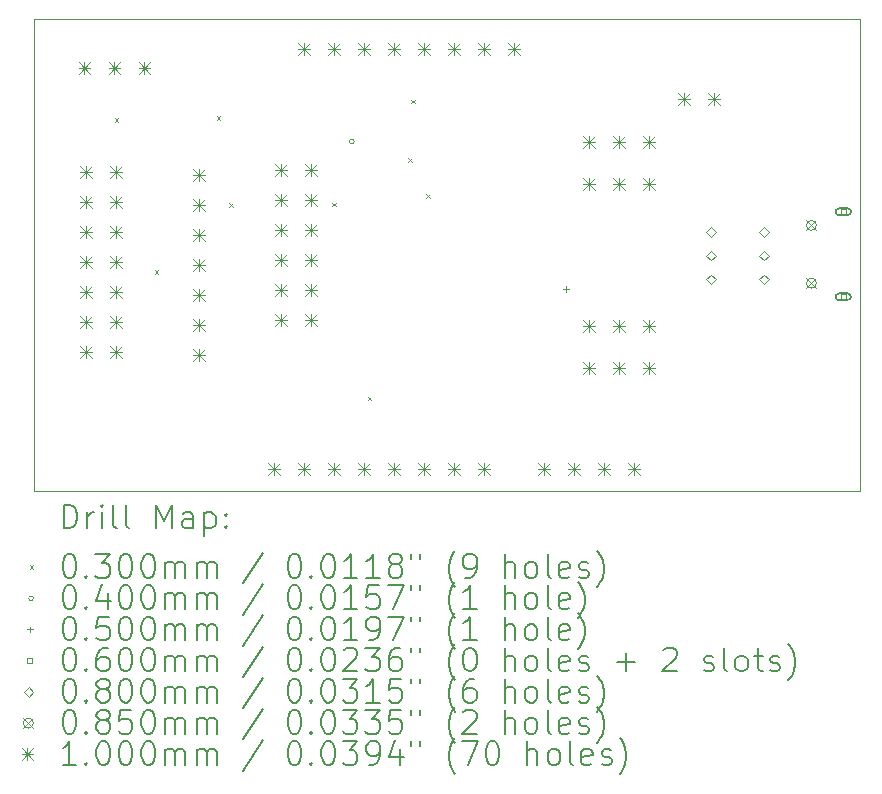
<source format=gbr>
%TF.GenerationSoftware,KiCad,Pcbnew,(6.0.7)*%
%TF.CreationDate,2022-09-17T20:35:15+02:00*%
%TF.ProjectId,SLAU335,534c4155-3333-4352-9e6b-696361645f70,rev?*%
%TF.SameCoordinates,Original*%
%TF.FileFunction,Drillmap*%
%TF.FilePolarity,Positive*%
%FSLAX45Y45*%
G04 Gerber Fmt 4.5, Leading zero omitted, Abs format (unit mm)*
G04 Created by KiCad (PCBNEW (6.0.7)) date 2022-09-17 20:35:15*
%MOMM*%
%LPD*%
G01*
G04 APERTURE LIST*
%ADD10C,0.050000*%
%ADD11C,0.200000*%
%ADD12C,0.030000*%
%ADD13C,0.040000*%
%ADD14C,0.060000*%
%ADD15C,0.080000*%
%ADD16C,0.085000*%
%ADD17C,0.100000*%
G04 APERTURE END LIST*
D10*
X17800000Y-8300000D02*
X10800000Y-8300000D01*
X10800000Y-12300000D02*
X17800000Y-12300000D01*
X10800000Y-8300000D02*
X10800000Y-12300000D01*
X17800000Y-12300000D02*
X17800000Y-8300000D01*
D11*
D12*
X11486040Y-9143520D02*
X11516040Y-9173520D01*
X11516040Y-9143520D02*
X11486040Y-9173520D01*
X11826400Y-10428760D02*
X11856400Y-10458760D01*
X11856400Y-10428760D02*
X11826400Y-10458760D01*
X12349640Y-9123200D02*
X12379640Y-9153200D01*
X12379640Y-9123200D02*
X12349640Y-9153200D01*
X12456320Y-9859800D02*
X12486320Y-9889800D01*
X12486320Y-9859800D02*
X12456320Y-9889800D01*
X13325913Y-9858887D02*
X13355913Y-9888887D01*
X13355913Y-9858887D02*
X13325913Y-9888887D01*
X13629800Y-11498100D02*
X13659800Y-11528100D01*
X13659800Y-11498100D02*
X13629800Y-11528100D01*
X13972700Y-9478800D02*
X14002700Y-9508800D01*
X14002700Y-9478800D02*
X13972700Y-9508800D01*
X13998100Y-8983500D02*
X14028100Y-9013500D01*
X14028100Y-8983500D02*
X13998100Y-9013500D01*
X14125100Y-9783600D02*
X14155100Y-9813600D01*
X14155100Y-9783600D02*
X14125100Y-9813600D01*
D13*
X13513800Y-9340000D02*
G75*
G03*
X13513800Y-9340000I-20000J0D01*
G01*
D10*
X15305000Y-10565000D02*
X15305000Y-10615000D01*
X15280000Y-10590000D02*
X15330000Y-10590000D01*
D14*
X17675813Y-9955113D02*
X17675813Y-9912687D01*
X17633387Y-9912687D01*
X17633387Y-9955113D01*
X17675813Y-9955113D01*
D11*
X17619600Y-9963900D02*
X17689600Y-9963900D01*
X17619600Y-9903900D02*
X17689600Y-9903900D01*
X17689600Y-9963900D02*
G75*
G03*
X17689600Y-9903900I0J30000D01*
G01*
X17619600Y-9903900D02*
G75*
G03*
X17619600Y-9963900I0J-30000D01*
G01*
D14*
X17675813Y-10675113D02*
X17675813Y-10632687D01*
X17633387Y-10632687D01*
X17633387Y-10675113D01*
X17675813Y-10675113D01*
D11*
X17689600Y-10623900D02*
X17619600Y-10623900D01*
X17689600Y-10683900D02*
X17619600Y-10683900D01*
X17619600Y-10623900D02*
G75*
G03*
X17619600Y-10683900I0J-30000D01*
G01*
X17689600Y-10683900D02*
G75*
G03*
X17689600Y-10623900I0J30000D01*
G01*
D15*
X16535000Y-10145000D02*
X16575000Y-10105000D01*
X16535000Y-10065000D01*
X16495000Y-10105000D01*
X16535000Y-10145000D01*
X16535000Y-10345000D02*
X16575000Y-10305000D01*
X16535000Y-10265000D01*
X16495000Y-10305000D01*
X16535000Y-10345000D01*
X16535000Y-10545000D02*
X16575000Y-10505000D01*
X16535000Y-10465000D01*
X16495000Y-10505000D01*
X16535000Y-10545000D01*
X16985000Y-10145000D02*
X17025000Y-10105000D01*
X16985000Y-10065000D01*
X16945000Y-10105000D01*
X16985000Y-10145000D01*
X16985000Y-10345000D02*
X17025000Y-10305000D01*
X16985000Y-10265000D01*
X16945000Y-10305000D01*
X16985000Y-10345000D01*
X16985000Y-10545000D02*
X17025000Y-10505000D01*
X16985000Y-10465000D01*
X16945000Y-10505000D01*
X16985000Y-10545000D01*
D16*
X17342100Y-10006400D02*
X17427100Y-10091400D01*
X17427100Y-10006400D02*
X17342100Y-10091400D01*
X17427100Y-10048900D02*
G75*
G03*
X17427100Y-10048900I-42500J0D01*
G01*
X17342100Y-10496400D02*
X17427100Y-10581400D01*
X17427100Y-10496400D02*
X17342100Y-10581400D01*
X17427100Y-10538900D02*
G75*
G03*
X17427100Y-10538900I-42500J0D01*
G01*
D17*
X11180000Y-8668000D02*
X11280000Y-8768000D01*
X11280000Y-8668000D02*
X11180000Y-8768000D01*
X11230000Y-8668000D02*
X11230000Y-8768000D01*
X11180000Y-8718000D02*
X11280000Y-8718000D01*
X11194500Y-9545000D02*
X11294500Y-9645000D01*
X11294500Y-9545000D02*
X11194500Y-9645000D01*
X11244500Y-9545000D02*
X11244500Y-9645000D01*
X11194500Y-9595000D02*
X11294500Y-9595000D01*
X11194500Y-9799000D02*
X11294500Y-9899000D01*
X11294500Y-9799000D02*
X11194500Y-9899000D01*
X11244500Y-9799000D02*
X11244500Y-9899000D01*
X11194500Y-9849000D02*
X11294500Y-9849000D01*
X11194500Y-10053000D02*
X11294500Y-10153000D01*
X11294500Y-10053000D02*
X11194500Y-10153000D01*
X11244500Y-10053000D02*
X11244500Y-10153000D01*
X11194500Y-10103000D02*
X11294500Y-10103000D01*
X11194500Y-10307000D02*
X11294500Y-10407000D01*
X11294500Y-10307000D02*
X11194500Y-10407000D01*
X11244500Y-10307000D02*
X11244500Y-10407000D01*
X11194500Y-10357000D02*
X11294500Y-10357000D01*
X11194500Y-10561000D02*
X11294500Y-10661000D01*
X11294500Y-10561000D02*
X11194500Y-10661000D01*
X11244500Y-10561000D02*
X11244500Y-10661000D01*
X11194500Y-10611000D02*
X11294500Y-10611000D01*
X11194500Y-10815000D02*
X11294500Y-10915000D01*
X11294500Y-10815000D02*
X11194500Y-10915000D01*
X11244500Y-10815000D02*
X11244500Y-10915000D01*
X11194500Y-10865000D02*
X11294500Y-10865000D01*
X11194500Y-11069000D02*
X11294500Y-11169000D01*
X11294500Y-11069000D02*
X11194500Y-11169000D01*
X11244500Y-11069000D02*
X11244500Y-11169000D01*
X11194500Y-11119000D02*
X11294500Y-11119000D01*
X11434000Y-8668000D02*
X11534000Y-8768000D01*
X11534000Y-8668000D02*
X11434000Y-8768000D01*
X11484000Y-8668000D02*
X11484000Y-8768000D01*
X11434000Y-8718000D02*
X11534000Y-8718000D01*
X11448500Y-9545000D02*
X11548500Y-9645000D01*
X11548500Y-9545000D02*
X11448500Y-9645000D01*
X11498500Y-9545000D02*
X11498500Y-9645000D01*
X11448500Y-9595000D02*
X11548500Y-9595000D01*
X11448500Y-9799000D02*
X11548500Y-9899000D01*
X11548500Y-9799000D02*
X11448500Y-9899000D01*
X11498500Y-9799000D02*
X11498500Y-9899000D01*
X11448500Y-9849000D02*
X11548500Y-9849000D01*
X11448500Y-10053000D02*
X11548500Y-10153000D01*
X11548500Y-10053000D02*
X11448500Y-10153000D01*
X11498500Y-10053000D02*
X11498500Y-10153000D01*
X11448500Y-10103000D02*
X11548500Y-10103000D01*
X11448500Y-10307000D02*
X11548500Y-10407000D01*
X11548500Y-10307000D02*
X11448500Y-10407000D01*
X11498500Y-10307000D02*
X11498500Y-10407000D01*
X11448500Y-10357000D02*
X11548500Y-10357000D01*
X11448500Y-10561000D02*
X11548500Y-10661000D01*
X11548500Y-10561000D02*
X11448500Y-10661000D01*
X11498500Y-10561000D02*
X11498500Y-10661000D01*
X11448500Y-10611000D02*
X11548500Y-10611000D01*
X11448500Y-10815000D02*
X11548500Y-10915000D01*
X11548500Y-10815000D02*
X11448500Y-10915000D01*
X11498500Y-10815000D02*
X11498500Y-10915000D01*
X11448500Y-10865000D02*
X11548500Y-10865000D01*
X11448500Y-11069000D02*
X11548500Y-11169000D01*
X11548500Y-11069000D02*
X11448500Y-11169000D01*
X11498500Y-11069000D02*
X11498500Y-11169000D01*
X11448500Y-11119000D02*
X11548500Y-11119000D01*
X11688000Y-8668000D02*
X11788000Y-8768000D01*
X11788000Y-8668000D02*
X11688000Y-8768000D01*
X11738000Y-8668000D02*
X11738000Y-8768000D01*
X11688000Y-8718000D02*
X11788000Y-8718000D01*
X12147000Y-9570300D02*
X12247000Y-9670300D01*
X12247000Y-9570300D02*
X12147000Y-9670300D01*
X12197000Y-9570300D02*
X12197000Y-9670300D01*
X12147000Y-9620300D02*
X12247000Y-9620300D01*
X12147000Y-9824300D02*
X12247000Y-9924300D01*
X12247000Y-9824300D02*
X12147000Y-9924300D01*
X12197000Y-9824300D02*
X12197000Y-9924300D01*
X12147000Y-9874300D02*
X12247000Y-9874300D01*
X12147000Y-10078300D02*
X12247000Y-10178300D01*
X12247000Y-10078300D02*
X12147000Y-10178300D01*
X12197000Y-10078300D02*
X12197000Y-10178300D01*
X12147000Y-10128300D02*
X12247000Y-10128300D01*
X12147000Y-10332300D02*
X12247000Y-10432300D01*
X12247000Y-10332300D02*
X12147000Y-10432300D01*
X12197000Y-10332300D02*
X12197000Y-10432300D01*
X12147000Y-10382300D02*
X12247000Y-10382300D01*
X12147000Y-10586300D02*
X12247000Y-10686300D01*
X12247000Y-10586300D02*
X12147000Y-10686300D01*
X12197000Y-10586300D02*
X12197000Y-10686300D01*
X12147000Y-10636300D02*
X12247000Y-10636300D01*
X12147000Y-10840300D02*
X12247000Y-10940300D01*
X12247000Y-10840300D02*
X12147000Y-10940300D01*
X12197000Y-10840300D02*
X12197000Y-10940300D01*
X12147000Y-10890300D02*
X12247000Y-10890300D01*
X12147000Y-11094300D02*
X12247000Y-11194300D01*
X12247000Y-11094300D02*
X12147000Y-11194300D01*
X12197000Y-11094300D02*
X12197000Y-11194300D01*
X12147000Y-11144300D02*
X12247000Y-11144300D01*
X12782000Y-12060000D02*
X12882000Y-12160000D01*
X12882000Y-12060000D02*
X12782000Y-12160000D01*
X12832000Y-12060000D02*
X12832000Y-12160000D01*
X12782000Y-12110000D02*
X12882000Y-12110000D01*
X12846920Y-9532700D02*
X12946920Y-9632700D01*
X12946920Y-9532700D02*
X12846920Y-9632700D01*
X12896920Y-9532700D02*
X12896920Y-9632700D01*
X12846920Y-9582700D02*
X12946920Y-9582700D01*
X12846920Y-9786700D02*
X12946920Y-9886700D01*
X12946920Y-9786700D02*
X12846920Y-9886700D01*
X12896920Y-9786700D02*
X12896920Y-9886700D01*
X12846920Y-9836700D02*
X12946920Y-9836700D01*
X12846920Y-10040700D02*
X12946920Y-10140700D01*
X12946920Y-10040700D02*
X12846920Y-10140700D01*
X12896920Y-10040700D02*
X12896920Y-10140700D01*
X12846920Y-10090700D02*
X12946920Y-10090700D01*
X12846920Y-10294700D02*
X12946920Y-10394700D01*
X12946920Y-10294700D02*
X12846920Y-10394700D01*
X12896920Y-10294700D02*
X12896920Y-10394700D01*
X12846920Y-10344700D02*
X12946920Y-10344700D01*
X12846920Y-10548700D02*
X12946920Y-10648700D01*
X12946920Y-10548700D02*
X12846920Y-10648700D01*
X12896920Y-10548700D02*
X12896920Y-10648700D01*
X12846920Y-10598700D02*
X12946920Y-10598700D01*
X12846920Y-10802700D02*
X12946920Y-10902700D01*
X12946920Y-10802700D02*
X12846920Y-10902700D01*
X12896920Y-10802700D02*
X12896920Y-10902700D01*
X12846920Y-10852700D02*
X12946920Y-10852700D01*
X13036000Y-8504000D02*
X13136000Y-8604000D01*
X13136000Y-8504000D02*
X13036000Y-8604000D01*
X13086000Y-8504000D02*
X13086000Y-8604000D01*
X13036000Y-8554000D02*
X13136000Y-8554000D01*
X13036000Y-12060000D02*
X13136000Y-12160000D01*
X13136000Y-12060000D02*
X13036000Y-12160000D01*
X13086000Y-12060000D02*
X13086000Y-12160000D01*
X13036000Y-12110000D02*
X13136000Y-12110000D01*
X13100920Y-9532700D02*
X13200920Y-9632700D01*
X13200920Y-9532700D02*
X13100920Y-9632700D01*
X13150920Y-9532700D02*
X13150920Y-9632700D01*
X13100920Y-9582700D02*
X13200920Y-9582700D01*
X13100920Y-9786700D02*
X13200920Y-9886700D01*
X13200920Y-9786700D02*
X13100920Y-9886700D01*
X13150920Y-9786700D02*
X13150920Y-9886700D01*
X13100920Y-9836700D02*
X13200920Y-9836700D01*
X13100920Y-10040700D02*
X13200920Y-10140700D01*
X13200920Y-10040700D02*
X13100920Y-10140700D01*
X13150920Y-10040700D02*
X13150920Y-10140700D01*
X13100920Y-10090700D02*
X13200920Y-10090700D01*
X13100920Y-10294700D02*
X13200920Y-10394700D01*
X13200920Y-10294700D02*
X13100920Y-10394700D01*
X13150920Y-10294700D02*
X13150920Y-10394700D01*
X13100920Y-10344700D02*
X13200920Y-10344700D01*
X13100920Y-10548700D02*
X13200920Y-10648700D01*
X13200920Y-10548700D02*
X13100920Y-10648700D01*
X13150920Y-10548700D02*
X13150920Y-10648700D01*
X13100920Y-10598700D02*
X13200920Y-10598700D01*
X13100920Y-10802700D02*
X13200920Y-10902700D01*
X13200920Y-10802700D02*
X13100920Y-10902700D01*
X13150920Y-10802700D02*
X13150920Y-10902700D01*
X13100920Y-10852700D02*
X13200920Y-10852700D01*
X13290000Y-8504000D02*
X13390000Y-8604000D01*
X13390000Y-8504000D02*
X13290000Y-8604000D01*
X13340000Y-8504000D02*
X13340000Y-8604000D01*
X13290000Y-8554000D02*
X13390000Y-8554000D01*
X13290000Y-12060000D02*
X13390000Y-12160000D01*
X13390000Y-12060000D02*
X13290000Y-12160000D01*
X13340000Y-12060000D02*
X13340000Y-12160000D01*
X13290000Y-12110000D02*
X13390000Y-12110000D01*
X13544000Y-8504000D02*
X13644000Y-8604000D01*
X13644000Y-8504000D02*
X13544000Y-8604000D01*
X13594000Y-8504000D02*
X13594000Y-8604000D01*
X13544000Y-8554000D02*
X13644000Y-8554000D01*
X13544000Y-12060000D02*
X13644000Y-12160000D01*
X13644000Y-12060000D02*
X13544000Y-12160000D01*
X13594000Y-12060000D02*
X13594000Y-12160000D01*
X13544000Y-12110000D02*
X13644000Y-12110000D01*
X13798000Y-8504000D02*
X13898000Y-8604000D01*
X13898000Y-8504000D02*
X13798000Y-8604000D01*
X13848000Y-8504000D02*
X13848000Y-8604000D01*
X13798000Y-8554000D02*
X13898000Y-8554000D01*
X13798000Y-12060000D02*
X13898000Y-12160000D01*
X13898000Y-12060000D02*
X13798000Y-12160000D01*
X13848000Y-12060000D02*
X13848000Y-12160000D01*
X13798000Y-12110000D02*
X13898000Y-12110000D01*
X14052000Y-8504000D02*
X14152000Y-8604000D01*
X14152000Y-8504000D02*
X14052000Y-8604000D01*
X14102000Y-8504000D02*
X14102000Y-8604000D01*
X14052000Y-8554000D02*
X14152000Y-8554000D01*
X14052000Y-12060000D02*
X14152000Y-12160000D01*
X14152000Y-12060000D02*
X14052000Y-12160000D01*
X14102000Y-12060000D02*
X14102000Y-12160000D01*
X14052000Y-12110000D02*
X14152000Y-12110000D01*
X14306000Y-8504000D02*
X14406000Y-8604000D01*
X14406000Y-8504000D02*
X14306000Y-8604000D01*
X14356000Y-8504000D02*
X14356000Y-8604000D01*
X14306000Y-8554000D02*
X14406000Y-8554000D01*
X14306000Y-12060000D02*
X14406000Y-12160000D01*
X14406000Y-12060000D02*
X14306000Y-12160000D01*
X14356000Y-12060000D02*
X14356000Y-12160000D01*
X14306000Y-12110000D02*
X14406000Y-12110000D01*
X14560000Y-8504000D02*
X14660000Y-8604000D01*
X14660000Y-8504000D02*
X14560000Y-8604000D01*
X14610000Y-8504000D02*
X14610000Y-8604000D01*
X14560000Y-8554000D02*
X14660000Y-8554000D01*
X14560000Y-12060000D02*
X14660000Y-12160000D01*
X14660000Y-12060000D02*
X14560000Y-12160000D01*
X14610000Y-12060000D02*
X14610000Y-12160000D01*
X14560000Y-12110000D02*
X14660000Y-12110000D01*
X14814000Y-8504000D02*
X14914000Y-8604000D01*
X14914000Y-8504000D02*
X14814000Y-8604000D01*
X14864000Y-8504000D02*
X14864000Y-8604000D01*
X14814000Y-8554000D02*
X14914000Y-8554000D01*
X15068000Y-12060000D02*
X15168000Y-12160000D01*
X15168000Y-12060000D02*
X15068000Y-12160000D01*
X15118000Y-12060000D02*
X15118000Y-12160000D01*
X15068000Y-12110000D02*
X15168000Y-12110000D01*
X15322000Y-12060000D02*
X15422000Y-12160000D01*
X15422000Y-12060000D02*
X15322000Y-12160000D01*
X15372000Y-12060000D02*
X15372000Y-12160000D01*
X15322000Y-12110000D02*
X15422000Y-12110000D01*
X15450000Y-9290000D02*
X15550000Y-9390000D01*
X15550000Y-9290000D02*
X15450000Y-9390000D01*
X15500000Y-9290000D02*
X15500000Y-9390000D01*
X15450000Y-9340000D02*
X15550000Y-9340000D01*
X15450000Y-9650000D02*
X15550000Y-9750000D01*
X15550000Y-9650000D02*
X15450000Y-9750000D01*
X15500000Y-9650000D02*
X15500000Y-9750000D01*
X15450000Y-9700000D02*
X15550000Y-9700000D01*
X15450000Y-10850000D02*
X15550000Y-10950000D01*
X15550000Y-10850000D02*
X15450000Y-10950000D01*
X15500000Y-10850000D02*
X15500000Y-10950000D01*
X15450000Y-10900000D02*
X15550000Y-10900000D01*
X15450000Y-11210000D02*
X15550000Y-11310000D01*
X15550000Y-11210000D02*
X15450000Y-11310000D01*
X15500000Y-11210000D02*
X15500000Y-11310000D01*
X15450000Y-11260000D02*
X15550000Y-11260000D01*
X15576000Y-12060000D02*
X15676000Y-12160000D01*
X15676000Y-12060000D02*
X15576000Y-12160000D01*
X15626000Y-12060000D02*
X15626000Y-12160000D01*
X15576000Y-12110000D02*
X15676000Y-12110000D01*
X15704000Y-9290000D02*
X15804000Y-9390000D01*
X15804000Y-9290000D02*
X15704000Y-9390000D01*
X15754000Y-9290000D02*
X15754000Y-9390000D01*
X15704000Y-9340000D02*
X15804000Y-9340000D01*
X15704000Y-9650000D02*
X15804000Y-9750000D01*
X15804000Y-9650000D02*
X15704000Y-9750000D01*
X15754000Y-9650000D02*
X15754000Y-9750000D01*
X15704000Y-9700000D02*
X15804000Y-9700000D01*
X15704000Y-10850000D02*
X15804000Y-10950000D01*
X15804000Y-10850000D02*
X15704000Y-10950000D01*
X15754000Y-10850000D02*
X15754000Y-10950000D01*
X15704000Y-10900000D02*
X15804000Y-10900000D01*
X15704000Y-11210000D02*
X15804000Y-11310000D01*
X15804000Y-11210000D02*
X15704000Y-11310000D01*
X15754000Y-11210000D02*
X15754000Y-11310000D01*
X15704000Y-11260000D02*
X15804000Y-11260000D01*
X15830000Y-12060000D02*
X15930000Y-12160000D01*
X15930000Y-12060000D02*
X15830000Y-12160000D01*
X15880000Y-12060000D02*
X15880000Y-12160000D01*
X15830000Y-12110000D02*
X15930000Y-12110000D01*
X15958000Y-9290000D02*
X16058000Y-9390000D01*
X16058000Y-9290000D02*
X15958000Y-9390000D01*
X16008000Y-9290000D02*
X16008000Y-9390000D01*
X15958000Y-9340000D02*
X16058000Y-9340000D01*
X15958000Y-9650000D02*
X16058000Y-9750000D01*
X16058000Y-9650000D02*
X15958000Y-9750000D01*
X16008000Y-9650000D02*
X16008000Y-9750000D01*
X15958000Y-9700000D02*
X16058000Y-9700000D01*
X15958000Y-10850000D02*
X16058000Y-10950000D01*
X16058000Y-10850000D02*
X15958000Y-10950000D01*
X16008000Y-10850000D02*
X16008000Y-10950000D01*
X15958000Y-10900000D02*
X16058000Y-10900000D01*
X15958000Y-11210000D02*
X16058000Y-11310000D01*
X16058000Y-11210000D02*
X15958000Y-11310000D01*
X16008000Y-11210000D02*
X16008000Y-11310000D01*
X15958000Y-11260000D02*
X16058000Y-11260000D01*
X16256000Y-8930000D02*
X16356000Y-9030000D01*
X16356000Y-8930000D02*
X16256000Y-9030000D01*
X16306000Y-8930000D02*
X16306000Y-9030000D01*
X16256000Y-8980000D02*
X16356000Y-8980000D01*
X16510000Y-8930000D02*
X16610000Y-9030000D01*
X16610000Y-8930000D02*
X16510000Y-9030000D01*
X16560000Y-8930000D02*
X16560000Y-9030000D01*
X16510000Y-8980000D02*
X16610000Y-8980000D01*
D11*
X11055119Y-12612976D02*
X11055119Y-12412976D01*
X11102738Y-12412976D01*
X11131310Y-12422500D01*
X11150357Y-12441548D01*
X11159881Y-12460595D01*
X11169405Y-12498690D01*
X11169405Y-12527262D01*
X11159881Y-12565357D01*
X11150357Y-12584405D01*
X11131310Y-12603452D01*
X11102738Y-12612976D01*
X11055119Y-12612976D01*
X11255119Y-12612976D02*
X11255119Y-12479643D01*
X11255119Y-12517738D02*
X11264643Y-12498690D01*
X11274167Y-12489167D01*
X11293214Y-12479643D01*
X11312262Y-12479643D01*
X11378928Y-12612976D02*
X11378928Y-12479643D01*
X11378928Y-12412976D02*
X11369405Y-12422500D01*
X11378928Y-12432024D01*
X11388452Y-12422500D01*
X11378928Y-12412976D01*
X11378928Y-12432024D01*
X11502738Y-12612976D02*
X11483690Y-12603452D01*
X11474167Y-12584405D01*
X11474167Y-12412976D01*
X11607500Y-12612976D02*
X11588452Y-12603452D01*
X11578928Y-12584405D01*
X11578928Y-12412976D01*
X11836071Y-12612976D02*
X11836071Y-12412976D01*
X11902738Y-12555833D01*
X11969405Y-12412976D01*
X11969405Y-12612976D01*
X12150357Y-12612976D02*
X12150357Y-12508214D01*
X12140833Y-12489167D01*
X12121786Y-12479643D01*
X12083690Y-12479643D01*
X12064643Y-12489167D01*
X12150357Y-12603452D02*
X12131309Y-12612976D01*
X12083690Y-12612976D01*
X12064643Y-12603452D01*
X12055119Y-12584405D01*
X12055119Y-12565357D01*
X12064643Y-12546309D01*
X12083690Y-12536786D01*
X12131309Y-12536786D01*
X12150357Y-12527262D01*
X12245595Y-12479643D02*
X12245595Y-12679643D01*
X12245595Y-12489167D02*
X12264643Y-12479643D01*
X12302738Y-12479643D01*
X12321786Y-12489167D01*
X12331309Y-12498690D01*
X12340833Y-12517738D01*
X12340833Y-12574881D01*
X12331309Y-12593928D01*
X12321786Y-12603452D01*
X12302738Y-12612976D01*
X12264643Y-12612976D01*
X12245595Y-12603452D01*
X12426548Y-12593928D02*
X12436071Y-12603452D01*
X12426548Y-12612976D01*
X12417024Y-12603452D01*
X12426548Y-12593928D01*
X12426548Y-12612976D01*
X12426548Y-12489167D02*
X12436071Y-12498690D01*
X12426548Y-12508214D01*
X12417024Y-12498690D01*
X12426548Y-12489167D01*
X12426548Y-12508214D01*
D12*
X10767500Y-12927500D02*
X10797500Y-12957500D01*
X10797500Y-12927500D02*
X10767500Y-12957500D01*
D11*
X11093214Y-12832976D02*
X11112262Y-12832976D01*
X11131310Y-12842500D01*
X11140833Y-12852024D01*
X11150357Y-12871071D01*
X11159881Y-12909167D01*
X11159881Y-12956786D01*
X11150357Y-12994881D01*
X11140833Y-13013928D01*
X11131310Y-13023452D01*
X11112262Y-13032976D01*
X11093214Y-13032976D01*
X11074167Y-13023452D01*
X11064643Y-13013928D01*
X11055119Y-12994881D01*
X11045595Y-12956786D01*
X11045595Y-12909167D01*
X11055119Y-12871071D01*
X11064643Y-12852024D01*
X11074167Y-12842500D01*
X11093214Y-12832976D01*
X11245595Y-13013928D02*
X11255119Y-13023452D01*
X11245595Y-13032976D01*
X11236071Y-13023452D01*
X11245595Y-13013928D01*
X11245595Y-13032976D01*
X11321786Y-12832976D02*
X11445595Y-12832976D01*
X11378928Y-12909167D01*
X11407500Y-12909167D01*
X11426548Y-12918690D01*
X11436071Y-12928214D01*
X11445595Y-12947262D01*
X11445595Y-12994881D01*
X11436071Y-13013928D01*
X11426548Y-13023452D01*
X11407500Y-13032976D01*
X11350357Y-13032976D01*
X11331309Y-13023452D01*
X11321786Y-13013928D01*
X11569405Y-12832976D02*
X11588452Y-12832976D01*
X11607500Y-12842500D01*
X11617024Y-12852024D01*
X11626548Y-12871071D01*
X11636071Y-12909167D01*
X11636071Y-12956786D01*
X11626548Y-12994881D01*
X11617024Y-13013928D01*
X11607500Y-13023452D01*
X11588452Y-13032976D01*
X11569405Y-13032976D01*
X11550357Y-13023452D01*
X11540833Y-13013928D01*
X11531309Y-12994881D01*
X11521786Y-12956786D01*
X11521786Y-12909167D01*
X11531309Y-12871071D01*
X11540833Y-12852024D01*
X11550357Y-12842500D01*
X11569405Y-12832976D01*
X11759881Y-12832976D02*
X11778928Y-12832976D01*
X11797976Y-12842500D01*
X11807500Y-12852024D01*
X11817024Y-12871071D01*
X11826548Y-12909167D01*
X11826548Y-12956786D01*
X11817024Y-12994881D01*
X11807500Y-13013928D01*
X11797976Y-13023452D01*
X11778928Y-13032976D01*
X11759881Y-13032976D01*
X11740833Y-13023452D01*
X11731309Y-13013928D01*
X11721786Y-12994881D01*
X11712262Y-12956786D01*
X11712262Y-12909167D01*
X11721786Y-12871071D01*
X11731309Y-12852024D01*
X11740833Y-12842500D01*
X11759881Y-12832976D01*
X11912262Y-13032976D02*
X11912262Y-12899643D01*
X11912262Y-12918690D02*
X11921786Y-12909167D01*
X11940833Y-12899643D01*
X11969405Y-12899643D01*
X11988452Y-12909167D01*
X11997976Y-12928214D01*
X11997976Y-13032976D01*
X11997976Y-12928214D02*
X12007500Y-12909167D01*
X12026548Y-12899643D01*
X12055119Y-12899643D01*
X12074167Y-12909167D01*
X12083690Y-12928214D01*
X12083690Y-13032976D01*
X12178928Y-13032976D02*
X12178928Y-12899643D01*
X12178928Y-12918690D02*
X12188452Y-12909167D01*
X12207500Y-12899643D01*
X12236071Y-12899643D01*
X12255119Y-12909167D01*
X12264643Y-12928214D01*
X12264643Y-13032976D01*
X12264643Y-12928214D02*
X12274167Y-12909167D01*
X12293214Y-12899643D01*
X12321786Y-12899643D01*
X12340833Y-12909167D01*
X12350357Y-12928214D01*
X12350357Y-13032976D01*
X12740833Y-12823452D02*
X12569405Y-13080595D01*
X12997976Y-12832976D02*
X13017024Y-12832976D01*
X13036071Y-12842500D01*
X13045595Y-12852024D01*
X13055119Y-12871071D01*
X13064643Y-12909167D01*
X13064643Y-12956786D01*
X13055119Y-12994881D01*
X13045595Y-13013928D01*
X13036071Y-13023452D01*
X13017024Y-13032976D01*
X12997976Y-13032976D01*
X12978928Y-13023452D01*
X12969405Y-13013928D01*
X12959881Y-12994881D01*
X12950357Y-12956786D01*
X12950357Y-12909167D01*
X12959881Y-12871071D01*
X12969405Y-12852024D01*
X12978928Y-12842500D01*
X12997976Y-12832976D01*
X13150357Y-13013928D02*
X13159881Y-13023452D01*
X13150357Y-13032976D01*
X13140833Y-13023452D01*
X13150357Y-13013928D01*
X13150357Y-13032976D01*
X13283690Y-12832976D02*
X13302738Y-12832976D01*
X13321786Y-12842500D01*
X13331309Y-12852024D01*
X13340833Y-12871071D01*
X13350357Y-12909167D01*
X13350357Y-12956786D01*
X13340833Y-12994881D01*
X13331309Y-13013928D01*
X13321786Y-13023452D01*
X13302738Y-13032976D01*
X13283690Y-13032976D01*
X13264643Y-13023452D01*
X13255119Y-13013928D01*
X13245595Y-12994881D01*
X13236071Y-12956786D01*
X13236071Y-12909167D01*
X13245595Y-12871071D01*
X13255119Y-12852024D01*
X13264643Y-12842500D01*
X13283690Y-12832976D01*
X13540833Y-13032976D02*
X13426548Y-13032976D01*
X13483690Y-13032976D02*
X13483690Y-12832976D01*
X13464643Y-12861548D01*
X13445595Y-12880595D01*
X13426548Y-12890119D01*
X13731309Y-13032976D02*
X13617024Y-13032976D01*
X13674167Y-13032976D02*
X13674167Y-12832976D01*
X13655119Y-12861548D01*
X13636071Y-12880595D01*
X13617024Y-12890119D01*
X13845595Y-12918690D02*
X13826548Y-12909167D01*
X13817024Y-12899643D01*
X13807500Y-12880595D01*
X13807500Y-12871071D01*
X13817024Y-12852024D01*
X13826548Y-12842500D01*
X13845595Y-12832976D01*
X13883690Y-12832976D01*
X13902738Y-12842500D01*
X13912262Y-12852024D01*
X13921786Y-12871071D01*
X13921786Y-12880595D01*
X13912262Y-12899643D01*
X13902738Y-12909167D01*
X13883690Y-12918690D01*
X13845595Y-12918690D01*
X13826548Y-12928214D01*
X13817024Y-12937738D01*
X13807500Y-12956786D01*
X13807500Y-12994881D01*
X13817024Y-13013928D01*
X13826548Y-13023452D01*
X13845595Y-13032976D01*
X13883690Y-13032976D01*
X13902738Y-13023452D01*
X13912262Y-13013928D01*
X13921786Y-12994881D01*
X13921786Y-12956786D01*
X13912262Y-12937738D01*
X13902738Y-12928214D01*
X13883690Y-12918690D01*
X13997976Y-12832976D02*
X13997976Y-12871071D01*
X14074167Y-12832976D02*
X14074167Y-12871071D01*
X14369405Y-13109167D02*
X14359881Y-13099643D01*
X14340833Y-13071071D01*
X14331309Y-13052024D01*
X14321786Y-13023452D01*
X14312262Y-12975833D01*
X14312262Y-12937738D01*
X14321786Y-12890119D01*
X14331309Y-12861548D01*
X14340833Y-12842500D01*
X14359881Y-12813928D01*
X14369405Y-12804405D01*
X14455119Y-13032976D02*
X14493214Y-13032976D01*
X14512262Y-13023452D01*
X14521786Y-13013928D01*
X14540833Y-12985357D01*
X14550357Y-12947262D01*
X14550357Y-12871071D01*
X14540833Y-12852024D01*
X14531309Y-12842500D01*
X14512262Y-12832976D01*
X14474167Y-12832976D01*
X14455119Y-12842500D01*
X14445595Y-12852024D01*
X14436071Y-12871071D01*
X14436071Y-12918690D01*
X14445595Y-12937738D01*
X14455119Y-12947262D01*
X14474167Y-12956786D01*
X14512262Y-12956786D01*
X14531309Y-12947262D01*
X14540833Y-12937738D01*
X14550357Y-12918690D01*
X14788452Y-13032976D02*
X14788452Y-12832976D01*
X14874167Y-13032976D02*
X14874167Y-12928214D01*
X14864643Y-12909167D01*
X14845595Y-12899643D01*
X14817024Y-12899643D01*
X14797976Y-12909167D01*
X14788452Y-12918690D01*
X14997976Y-13032976D02*
X14978928Y-13023452D01*
X14969405Y-13013928D01*
X14959881Y-12994881D01*
X14959881Y-12937738D01*
X14969405Y-12918690D01*
X14978928Y-12909167D01*
X14997976Y-12899643D01*
X15026548Y-12899643D01*
X15045595Y-12909167D01*
X15055119Y-12918690D01*
X15064643Y-12937738D01*
X15064643Y-12994881D01*
X15055119Y-13013928D01*
X15045595Y-13023452D01*
X15026548Y-13032976D01*
X14997976Y-13032976D01*
X15178928Y-13032976D02*
X15159881Y-13023452D01*
X15150357Y-13004405D01*
X15150357Y-12832976D01*
X15331309Y-13023452D02*
X15312262Y-13032976D01*
X15274167Y-13032976D01*
X15255119Y-13023452D01*
X15245595Y-13004405D01*
X15245595Y-12928214D01*
X15255119Y-12909167D01*
X15274167Y-12899643D01*
X15312262Y-12899643D01*
X15331309Y-12909167D01*
X15340833Y-12928214D01*
X15340833Y-12947262D01*
X15245595Y-12966309D01*
X15417024Y-13023452D02*
X15436071Y-13032976D01*
X15474167Y-13032976D01*
X15493214Y-13023452D01*
X15502738Y-13004405D01*
X15502738Y-12994881D01*
X15493214Y-12975833D01*
X15474167Y-12966309D01*
X15445595Y-12966309D01*
X15426548Y-12956786D01*
X15417024Y-12937738D01*
X15417024Y-12928214D01*
X15426548Y-12909167D01*
X15445595Y-12899643D01*
X15474167Y-12899643D01*
X15493214Y-12909167D01*
X15569405Y-13109167D02*
X15578928Y-13099643D01*
X15597976Y-13071071D01*
X15607500Y-13052024D01*
X15617024Y-13023452D01*
X15626548Y-12975833D01*
X15626548Y-12937738D01*
X15617024Y-12890119D01*
X15607500Y-12861548D01*
X15597976Y-12842500D01*
X15578928Y-12813928D01*
X15569405Y-12804405D01*
D13*
X10797500Y-13206500D02*
G75*
G03*
X10797500Y-13206500I-20000J0D01*
G01*
D11*
X11093214Y-13096976D02*
X11112262Y-13096976D01*
X11131310Y-13106500D01*
X11140833Y-13116024D01*
X11150357Y-13135071D01*
X11159881Y-13173167D01*
X11159881Y-13220786D01*
X11150357Y-13258881D01*
X11140833Y-13277928D01*
X11131310Y-13287452D01*
X11112262Y-13296976D01*
X11093214Y-13296976D01*
X11074167Y-13287452D01*
X11064643Y-13277928D01*
X11055119Y-13258881D01*
X11045595Y-13220786D01*
X11045595Y-13173167D01*
X11055119Y-13135071D01*
X11064643Y-13116024D01*
X11074167Y-13106500D01*
X11093214Y-13096976D01*
X11245595Y-13277928D02*
X11255119Y-13287452D01*
X11245595Y-13296976D01*
X11236071Y-13287452D01*
X11245595Y-13277928D01*
X11245595Y-13296976D01*
X11426548Y-13163643D02*
X11426548Y-13296976D01*
X11378928Y-13087452D02*
X11331309Y-13230309D01*
X11455119Y-13230309D01*
X11569405Y-13096976D02*
X11588452Y-13096976D01*
X11607500Y-13106500D01*
X11617024Y-13116024D01*
X11626548Y-13135071D01*
X11636071Y-13173167D01*
X11636071Y-13220786D01*
X11626548Y-13258881D01*
X11617024Y-13277928D01*
X11607500Y-13287452D01*
X11588452Y-13296976D01*
X11569405Y-13296976D01*
X11550357Y-13287452D01*
X11540833Y-13277928D01*
X11531309Y-13258881D01*
X11521786Y-13220786D01*
X11521786Y-13173167D01*
X11531309Y-13135071D01*
X11540833Y-13116024D01*
X11550357Y-13106500D01*
X11569405Y-13096976D01*
X11759881Y-13096976D02*
X11778928Y-13096976D01*
X11797976Y-13106500D01*
X11807500Y-13116024D01*
X11817024Y-13135071D01*
X11826548Y-13173167D01*
X11826548Y-13220786D01*
X11817024Y-13258881D01*
X11807500Y-13277928D01*
X11797976Y-13287452D01*
X11778928Y-13296976D01*
X11759881Y-13296976D01*
X11740833Y-13287452D01*
X11731309Y-13277928D01*
X11721786Y-13258881D01*
X11712262Y-13220786D01*
X11712262Y-13173167D01*
X11721786Y-13135071D01*
X11731309Y-13116024D01*
X11740833Y-13106500D01*
X11759881Y-13096976D01*
X11912262Y-13296976D02*
X11912262Y-13163643D01*
X11912262Y-13182690D02*
X11921786Y-13173167D01*
X11940833Y-13163643D01*
X11969405Y-13163643D01*
X11988452Y-13173167D01*
X11997976Y-13192214D01*
X11997976Y-13296976D01*
X11997976Y-13192214D02*
X12007500Y-13173167D01*
X12026548Y-13163643D01*
X12055119Y-13163643D01*
X12074167Y-13173167D01*
X12083690Y-13192214D01*
X12083690Y-13296976D01*
X12178928Y-13296976D02*
X12178928Y-13163643D01*
X12178928Y-13182690D02*
X12188452Y-13173167D01*
X12207500Y-13163643D01*
X12236071Y-13163643D01*
X12255119Y-13173167D01*
X12264643Y-13192214D01*
X12264643Y-13296976D01*
X12264643Y-13192214D02*
X12274167Y-13173167D01*
X12293214Y-13163643D01*
X12321786Y-13163643D01*
X12340833Y-13173167D01*
X12350357Y-13192214D01*
X12350357Y-13296976D01*
X12740833Y-13087452D02*
X12569405Y-13344595D01*
X12997976Y-13096976D02*
X13017024Y-13096976D01*
X13036071Y-13106500D01*
X13045595Y-13116024D01*
X13055119Y-13135071D01*
X13064643Y-13173167D01*
X13064643Y-13220786D01*
X13055119Y-13258881D01*
X13045595Y-13277928D01*
X13036071Y-13287452D01*
X13017024Y-13296976D01*
X12997976Y-13296976D01*
X12978928Y-13287452D01*
X12969405Y-13277928D01*
X12959881Y-13258881D01*
X12950357Y-13220786D01*
X12950357Y-13173167D01*
X12959881Y-13135071D01*
X12969405Y-13116024D01*
X12978928Y-13106500D01*
X12997976Y-13096976D01*
X13150357Y-13277928D02*
X13159881Y-13287452D01*
X13150357Y-13296976D01*
X13140833Y-13287452D01*
X13150357Y-13277928D01*
X13150357Y-13296976D01*
X13283690Y-13096976D02*
X13302738Y-13096976D01*
X13321786Y-13106500D01*
X13331309Y-13116024D01*
X13340833Y-13135071D01*
X13350357Y-13173167D01*
X13350357Y-13220786D01*
X13340833Y-13258881D01*
X13331309Y-13277928D01*
X13321786Y-13287452D01*
X13302738Y-13296976D01*
X13283690Y-13296976D01*
X13264643Y-13287452D01*
X13255119Y-13277928D01*
X13245595Y-13258881D01*
X13236071Y-13220786D01*
X13236071Y-13173167D01*
X13245595Y-13135071D01*
X13255119Y-13116024D01*
X13264643Y-13106500D01*
X13283690Y-13096976D01*
X13540833Y-13296976D02*
X13426548Y-13296976D01*
X13483690Y-13296976D02*
X13483690Y-13096976D01*
X13464643Y-13125548D01*
X13445595Y-13144595D01*
X13426548Y-13154119D01*
X13721786Y-13096976D02*
X13626548Y-13096976D01*
X13617024Y-13192214D01*
X13626548Y-13182690D01*
X13645595Y-13173167D01*
X13693214Y-13173167D01*
X13712262Y-13182690D01*
X13721786Y-13192214D01*
X13731309Y-13211262D01*
X13731309Y-13258881D01*
X13721786Y-13277928D01*
X13712262Y-13287452D01*
X13693214Y-13296976D01*
X13645595Y-13296976D01*
X13626548Y-13287452D01*
X13617024Y-13277928D01*
X13797976Y-13096976D02*
X13931309Y-13096976D01*
X13845595Y-13296976D01*
X13997976Y-13096976D02*
X13997976Y-13135071D01*
X14074167Y-13096976D02*
X14074167Y-13135071D01*
X14369405Y-13373167D02*
X14359881Y-13363643D01*
X14340833Y-13335071D01*
X14331309Y-13316024D01*
X14321786Y-13287452D01*
X14312262Y-13239833D01*
X14312262Y-13201738D01*
X14321786Y-13154119D01*
X14331309Y-13125548D01*
X14340833Y-13106500D01*
X14359881Y-13077928D01*
X14369405Y-13068405D01*
X14550357Y-13296976D02*
X14436071Y-13296976D01*
X14493214Y-13296976D02*
X14493214Y-13096976D01*
X14474167Y-13125548D01*
X14455119Y-13144595D01*
X14436071Y-13154119D01*
X14788452Y-13296976D02*
X14788452Y-13096976D01*
X14874167Y-13296976D02*
X14874167Y-13192214D01*
X14864643Y-13173167D01*
X14845595Y-13163643D01*
X14817024Y-13163643D01*
X14797976Y-13173167D01*
X14788452Y-13182690D01*
X14997976Y-13296976D02*
X14978928Y-13287452D01*
X14969405Y-13277928D01*
X14959881Y-13258881D01*
X14959881Y-13201738D01*
X14969405Y-13182690D01*
X14978928Y-13173167D01*
X14997976Y-13163643D01*
X15026548Y-13163643D01*
X15045595Y-13173167D01*
X15055119Y-13182690D01*
X15064643Y-13201738D01*
X15064643Y-13258881D01*
X15055119Y-13277928D01*
X15045595Y-13287452D01*
X15026548Y-13296976D01*
X14997976Y-13296976D01*
X15178928Y-13296976D02*
X15159881Y-13287452D01*
X15150357Y-13268405D01*
X15150357Y-13096976D01*
X15331309Y-13287452D02*
X15312262Y-13296976D01*
X15274167Y-13296976D01*
X15255119Y-13287452D01*
X15245595Y-13268405D01*
X15245595Y-13192214D01*
X15255119Y-13173167D01*
X15274167Y-13163643D01*
X15312262Y-13163643D01*
X15331309Y-13173167D01*
X15340833Y-13192214D01*
X15340833Y-13211262D01*
X15245595Y-13230309D01*
X15407500Y-13373167D02*
X15417024Y-13363643D01*
X15436071Y-13335071D01*
X15445595Y-13316024D01*
X15455119Y-13287452D01*
X15464643Y-13239833D01*
X15464643Y-13201738D01*
X15455119Y-13154119D01*
X15445595Y-13125548D01*
X15436071Y-13106500D01*
X15417024Y-13077928D01*
X15407500Y-13068405D01*
D10*
X10772500Y-13445500D02*
X10772500Y-13495500D01*
X10747500Y-13470500D02*
X10797500Y-13470500D01*
D11*
X11093214Y-13360976D02*
X11112262Y-13360976D01*
X11131310Y-13370500D01*
X11140833Y-13380024D01*
X11150357Y-13399071D01*
X11159881Y-13437167D01*
X11159881Y-13484786D01*
X11150357Y-13522881D01*
X11140833Y-13541928D01*
X11131310Y-13551452D01*
X11112262Y-13560976D01*
X11093214Y-13560976D01*
X11074167Y-13551452D01*
X11064643Y-13541928D01*
X11055119Y-13522881D01*
X11045595Y-13484786D01*
X11045595Y-13437167D01*
X11055119Y-13399071D01*
X11064643Y-13380024D01*
X11074167Y-13370500D01*
X11093214Y-13360976D01*
X11245595Y-13541928D02*
X11255119Y-13551452D01*
X11245595Y-13560976D01*
X11236071Y-13551452D01*
X11245595Y-13541928D01*
X11245595Y-13560976D01*
X11436071Y-13360976D02*
X11340833Y-13360976D01*
X11331309Y-13456214D01*
X11340833Y-13446690D01*
X11359881Y-13437167D01*
X11407500Y-13437167D01*
X11426548Y-13446690D01*
X11436071Y-13456214D01*
X11445595Y-13475262D01*
X11445595Y-13522881D01*
X11436071Y-13541928D01*
X11426548Y-13551452D01*
X11407500Y-13560976D01*
X11359881Y-13560976D01*
X11340833Y-13551452D01*
X11331309Y-13541928D01*
X11569405Y-13360976D02*
X11588452Y-13360976D01*
X11607500Y-13370500D01*
X11617024Y-13380024D01*
X11626548Y-13399071D01*
X11636071Y-13437167D01*
X11636071Y-13484786D01*
X11626548Y-13522881D01*
X11617024Y-13541928D01*
X11607500Y-13551452D01*
X11588452Y-13560976D01*
X11569405Y-13560976D01*
X11550357Y-13551452D01*
X11540833Y-13541928D01*
X11531309Y-13522881D01*
X11521786Y-13484786D01*
X11521786Y-13437167D01*
X11531309Y-13399071D01*
X11540833Y-13380024D01*
X11550357Y-13370500D01*
X11569405Y-13360976D01*
X11759881Y-13360976D02*
X11778928Y-13360976D01*
X11797976Y-13370500D01*
X11807500Y-13380024D01*
X11817024Y-13399071D01*
X11826548Y-13437167D01*
X11826548Y-13484786D01*
X11817024Y-13522881D01*
X11807500Y-13541928D01*
X11797976Y-13551452D01*
X11778928Y-13560976D01*
X11759881Y-13560976D01*
X11740833Y-13551452D01*
X11731309Y-13541928D01*
X11721786Y-13522881D01*
X11712262Y-13484786D01*
X11712262Y-13437167D01*
X11721786Y-13399071D01*
X11731309Y-13380024D01*
X11740833Y-13370500D01*
X11759881Y-13360976D01*
X11912262Y-13560976D02*
X11912262Y-13427643D01*
X11912262Y-13446690D02*
X11921786Y-13437167D01*
X11940833Y-13427643D01*
X11969405Y-13427643D01*
X11988452Y-13437167D01*
X11997976Y-13456214D01*
X11997976Y-13560976D01*
X11997976Y-13456214D02*
X12007500Y-13437167D01*
X12026548Y-13427643D01*
X12055119Y-13427643D01*
X12074167Y-13437167D01*
X12083690Y-13456214D01*
X12083690Y-13560976D01*
X12178928Y-13560976D02*
X12178928Y-13427643D01*
X12178928Y-13446690D02*
X12188452Y-13437167D01*
X12207500Y-13427643D01*
X12236071Y-13427643D01*
X12255119Y-13437167D01*
X12264643Y-13456214D01*
X12264643Y-13560976D01*
X12264643Y-13456214D02*
X12274167Y-13437167D01*
X12293214Y-13427643D01*
X12321786Y-13427643D01*
X12340833Y-13437167D01*
X12350357Y-13456214D01*
X12350357Y-13560976D01*
X12740833Y-13351452D02*
X12569405Y-13608595D01*
X12997976Y-13360976D02*
X13017024Y-13360976D01*
X13036071Y-13370500D01*
X13045595Y-13380024D01*
X13055119Y-13399071D01*
X13064643Y-13437167D01*
X13064643Y-13484786D01*
X13055119Y-13522881D01*
X13045595Y-13541928D01*
X13036071Y-13551452D01*
X13017024Y-13560976D01*
X12997976Y-13560976D01*
X12978928Y-13551452D01*
X12969405Y-13541928D01*
X12959881Y-13522881D01*
X12950357Y-13484786D01*
X12950357Y-13437167D01*
X12959881Y-13399071D01*
X12969405Y-13380024D01*
X12978928Y-13370500D01*
X12997976Y-13360976D01*
X13150357Y-13541928D02*
X13159881Y-13551452D01*
X13150357Y-13560976D01*
X13140833Y-13551452D01*
X13150357Y-13541928D01*
X13150357Y-13560976D01*
X13283690Y-13360976D02*
X13302738Y-13360976D01*
X13321786Y-13370500D01*
X13331309Y-13380024D01*
X13340833Y-13399071D01*
X13350357Y-13437167D01*
X13350357Y-13484786D01*
X13340833Y-13522881D01*
X13331309Y-13541928D01*
X13321786Y-13551452D01*
X13302738Y-13560976D01*
X13283690Y-13560976D01*
X13264643Y-13551452D01*
X13255119Y-13541928D01*
X13245595Y-13522881D01*
X13236071Y-13484786D01*
X13236071Y-13437167D01*
X13245595Y-13399071D01*
X13255119Y-13380024D01*
X13264643Y-13370500D01*
X13283690Y-13360976D01*
X13540833Y-13560976D02*
X13426548Y-13560976D01*
X13483690Y-13560976D02*
X13483690Y-13360976D01*
X13464643Y-13389548D01*
X13445595Y-13408595D01*
X13426548Y-13418119D01*
X13636071Y-13560976D02*
X13674167Y-13560976D01*
X13693214Y-13551452D01*
X13702738Y-13541928D01*
X13721786Y-13513357D01*
X13731309Y-13475262D01*
X13731309Y-13399071D01*
X13721786Y-13380024D01*
X13712262Y-13370500D01*
X13693214Y-13360976D01*
X13655119Y-13360976D01*
X13636071Y-13370500D01*
X13626548Y-13380024D01*
X13617024Y-13399071D01*
X13617024Y-13446690D01*
X13626548Y-13465738D01*
X13636071Y-13475262D01*
X13655119Y-13484786D01*
X13693214Y-13484786D01*
X13712262Y-13475262D01*
X13721786Y-13465738D01*
X13731309Y-13446690D01*
X13797976Y-13360976D02*
X13931309Y-13360976D01*
X13845595Y-13560976D01*
X13997976Y-13360976D02*
X13997976Y-13399071D01*
X14074167Y-13360976D02*
X14074167Y-13399071D01*
X14369405Y-13637167D02*
X14359881Y-13627643D01*
X14340833Y-13599071D01*
X14331309Y-13580024D01*
X14321786Y-13551452D01*
X14312262Y-13503833D01*
X14312262Y-13465738D01*
X14321786Y-13418119D01*
X14331309Y-13389548D01*
X14340833Y-13370500D01*
X14359881Y-13341928D01*
X14369405Y-13332405D01*
X14550357Y-13560976D02*
X14436071Y-13560976D01*
X14493214Y-13560976D02*
X14493214Y-13360976D01*
X14474167Y-13389548D01*
X14455119Y-13408595D01*
X14436071Y-13418119D01*
X14788452Y-13560976D02*
X14788452Y-13360976D01*
X14874167Y-13560976D02*
X14874167Y-13456214D01*
X14864643Y-13437167D01*
X14845595Y-13427643D01*
X14817024Y-13427643D01*
X14797976Y-13437167D01*
X14788452Y-13446690D01*
X14997976Y-13560976D02*
X14978928Y-13551452D01*
X14969405Y-13541928D01*
X14959881Y-13522881D01*
X14959881Y-13465738D01*
X14969405Y-13446690D01*
X14978928Y-13437167D01*
X14997976Y-13427643D01*
X15026548Y-13427643D01*
X15045595Y-13437167D01*
X15055119Y-13446690D01*
X15064643Y-13465738D01*
X15064643Y-13522881D01*
X15055119Y-13541928D01*
X15045595Y-13551452D01*
X15026548Y-13560976D01*
X14997976Y-13560976D01*
X15178928Y-13560976D02*
X15159881Y-13551452D01*
X15150357Y-13532405D01*
X15150357Y-13360976D01*
X15331309Y-13551452D02*
X15312262Y-13560976D01*
X15274167Y-13560976D01*
X15255119Y-13551452D01*
X15245595Y-13532405D01*
X15245595Y-13456214D01*
X15255119Y-13437167D01*
X15274167Y-13427643D01*
X15312262Y-13427643D01*
X15331309Y-13437167D01*
X15340833Y-13456214D01*
X15340833Y-13475262D01*
X15245595Y-13494309D01*
X15407500Y-13637167D02*
X15417024Y-13627643D01*
X15436071Y-13599071D01*
X15445595Y-13580024D01*
X15455119Y-13551452D01*
X15464643Y-13503833D01*
X15464643Y-13465738D01*
X15455119Y-13418119D01*
X15445595Y-13389548D01*
X15436071Y-13370500D01*
X15417024Y-13341928D01*
X15407500Y-13332405D01*
D14*
X10788713Y-13755713D02*
X10788713Y-13713287D01*
X10746287Y-13713287D01*
X10746287Y-13755713D01*
X10788713Y-13755713D01*
D11*
X11093214Y-13624976D02*
X11112262Y-13624976D01*
X11131310Y-13634500D01*
X11140833Y-13644024D01*
X11150357Y-13663071D01*
X11159881Y-13701167D01*
X11159881Y-13748786D01*
X11150357Y-13786881D01*
X11140833Y-13805928D01*
X11131310Y-13815452D01*
X11112262Y-13824976D01*
X11093214Y-13824976D01*
X11074167Y-13815452D01*
X11064643Y-13805928D01*
X11055119Y-13786881D01*
X11045595Y-13748786D01*
X11045595Y-13701167D01*
X11055119Y-13663071D01*
X11064643Y-13644024D01*
X11074167Y-13634500D01*
X11093214Y-13624976D01*
X11245595Y-13805928D02*
X11255119Y-13815452D01*
X11245595Y-13824976D01*
X11236071Y-13815452D01*
X11245595Y-13805928D01*
X11245595Y-13824976D01*
X11426548Y-13624976D02*
X11388452Y-13624976D01*
X11369405Y-13634500D01*
X11359881Y-13644024D01*
X11340833Y-13672595D01*
X11331309Y-13710690D01*
X11331309Y-13786881D01*
X11340833Y-13805928D01*
X11350357Y-13815452D01*
X11369405Y-13824976D01*
X11407500Y-13824976D01*
X11426548Y-13815452D01*
X11436071Y-13805928D01*
X11445595Y-13786881D01*
X11445595Y-13739262D01*
X11436071Y-13720214D01*
X11426548Y-13710690D01*
X11407500Y-13701167D01*
X11369405Y-13701167D01*
X11350357Y-13710690D01*
X11340833Y-13720214D01*
X11331309Y-13739262D01*
X11569405Y-13624976D02*
X11588452Y-13624976D01*
X11607500Y-13634500D01*
X11617024Y-13644024D01*
X11626548Y-13663071D01*
X11636071Y-13701167D01*
X11636071Y-13748786D01*
X11626548Y-13786881D01*
X11617024Y-13805928D01*
X11607500Y-13815452D01*
X11588452Y-13824976D01*
X11569405Y-13824976D01*
X11550357Y-13815452D01*
X11540833Y-13805928D01*
X11531309Y-13786881D01*
X11521786Y-13748786D01*
X11521786Y-13701167D01*
X11531309Y-13663071D01*
X11540833Y-13644024D01*
X11550357Y-13634500D01*
X11569405Y-13624976D01*
X11759881Y-13624976D02*
X11778928Y-13624976D01*
X11797976Y-13634500D01*
X11807500Y-13644024D01*
X11817024Y-13663071D01*
X11826548Y-13701167D01*
X11826548Y-13748786D01*
X11817024Y-13786881D01*
X11807500Y-13805928D01*
X11797976Y-13815452D01*
X11778928Y-13824976D01*
X11759881Y-13824976D01*
X11740833Y-13815452D01*
X11731309Y-13805928D01*
X11721786Y-13786881D01*
X11712262Y-13748786D01*
X11712262Y-13701167D01*
X11721786Y-13663071D01*
X11731309Y-13644024D01*
X11740833Y-13634500D01*
X11759881Y-13624976D01*
X11912262Y-13824976D02*
X11912262Y-13691643D01*
X11912262Y-13710690D02*
X11921786Y-13701167D01*
X11940833Y-13691643D01*
X11969405Y-13691643D01*
X11988452Y-13701167D01*
X11997976Y-13720214D01*
X11997976Y-13824976D01*
X11997976Y-13720214D02*
X12007500Y-13701167D01*
X12026548Y-13691643D01*
X12055119Y-13691643D01*
X12074167Y-13701167D01*
X12083690Y-13720214D01*
X12083690Y-13824976D01*
X12178928Y-13824976D02*
X12178928Y-13691643D01*
X12178928Y-13710690D02*
X12188452Y-13701167D01*
X12207500Y-13691643D01*
X12236071Y-13691643D01*
X12255119Y-13701167D01*
X12264643Y-13720214D01*
X12264643Y-13824976D01*
X12264643Y-13720214D02*
X12274167Y-13701167D01*
X12293214Y-13691643D01*
X12321786Y-13691643D01*
X12340833Y-13701167D01*
X12350357Y-13720214D01*
X12350357Y-13824976D01*
X12740833Y-13615452D02*
X12569405Y-13872595D01*
X12997976Y-13624976D02*
X13017024Y-13624976D01*
X13036071Y-13634500D01*
X13045595Y-13644024D01*
X13055119Y-13663071D01*
X13064643Y-13701167D01*
X13064643Y-13748786D01*
X13055119Y-13786881D01*
X13045595Y-13805928D01*
X13036071Y-13815452D01*
X13017024Y-13824976D01*
X12997976Y-13824976D01*
X12978928Y-13815452D01*
X12969405Y-13805928D01*
X12959881Y-13786881D01*
X12950357Y-13748786D01*
X12950357Y-13701167D01*
X12959881Y-13663071D01*
X12969405Y-13644024D01*
X12978928Y-13634500D01*
X12997976Y-13624976D01*
X13150357Y-13805928D02*
X13159881Y-13815452D01*
X13150357Y-13824976D01*
X13140833Y-13815452D01*
X13150357Y-13805928D01*
X13150357Y-13824976D01*
X13283690Y-13624976D02*
X13302738Y-13624976D01*
X13321786Y-13634500D01*
X13331309Y-13644024D01*
X13340833Y-13663071D01*
X13350357Y-13701167D01*
X13350357Y-13748786D01*
X13340833Y-13786881D01*
X13331309Y-13805928D01*
X13321786Y-13815452D01*
X13302738Y-13824976D01*
X13283690Y-13824976D01*
X13264643Y-13815452D01*
X13255119Y-13805928D01*
X13245595Y-13786881D01*
X13236071Y-13748786D01*
X13236071Y-13701167D01*
X13245595Y-13663071D01*
X13255119Y-13644024D01*
X13264643Y-13634500D01*
X13283690Y-13624976D01*
X13426548Y-13644024D02*
X13436071Y-13634500D01*
X13455119Y-13624976D01*
X13502738Y-13624976D01*
X13521786Y-13634500D01*
X13531309Y-13644024D01*
X13540833Y-13663071D01*
X13540833Y-13682119D01*
X13531309Y-13710690D01*
X13417024Y-13824976D01*
X13540833Y-13824976D01*
X13607500Y-13624976D02*
X13731309Y-13624976D01*
X13664643Y-13701167D01*
X13693214Y-13701167D01*
X13712262Y-13710690D01*
X13721786Y-13720214D01*
X13731309Y-13739262D01*
X13731309Y-13786881D01*
X13721786Y-13805928D01*
X13712262Y-13815452D01*
X13693214Y-13824976D01*
X13636071Y-13824976D01*
X13617024Y-13815452D01*
X13607500Y-13805928D01*
X13902738Y-13624976D02*
X13864643Y-13624976D01*
X13845595Y-13634500D01*
X13836071Y-13644024D01*
X13817024Y-13672595D01*
X13807500Y-13710690D01*
X13807500Y-13786881D01*
X13817024Y-13805928D01*
X13826548Y-13815452D01*
X13845595Y-13824976D01*
X13883690Y-13824976D01*
X13902738Y-13815452D01*
X13912262Y-13805928D01*
X13921786Y-13786881D01*
X13921786Y-13739262D01*
X13912262Y-13720214D01*
X13902738Y-13710690D01*
X13883690Y-13701167D01*
X13845595Y-13701167D01*
X13826548Y-13710690D01*
X13817024Y-13720214D01*
X13807500Y-13739262D01*
X13997976Y-13624976D02*
X13997976Y-13663071D01*
X14074167Y-13624976D02*
X14074167Y-13663071D01*
X14369405Y-13901167D02*
X14359881Y-13891643D01*
X14340833Y-13863071D01*
X14331309Y-13844024D01*
X14321786Y-13815452D01*
X14312262Y-13767833D01*
X14312262Y-13729738D01*
X14321786Y-13682119D01*
X14331309Y-13653548D01*
X14340833Y-13634500D01*
X14359881Y-13605928D01*
X14369405Y-13596405D01*
X14483690Y-13624976D02*
X14502738Y-13624976D01*
X14521786Y-13634500D01*
X14531309Y-13644024D01*
X14540833Y-13663071D01*
X14550357Y-13701167D01*
X14550357Y-13748786D01*
X14540833Y-13786881D01*
X14531309Y-13805928D01*
X14521786Y-13815452D01*
X14502738Y-13824976D01*
X14483690Y-13824976D01*
X14464643Y-13815452D01*
X14455119Y-13805928D01*
X14445595Y-13786881D01*
X14436071Y-13748786D01*
X14436071Y-13701167D01*
X14445595Y-13663071D01*
X14455119Y-13644024D01*
X14464643Y-13634500D01*
X14483690Y-13624976D01*
X14788452Y-13824976D02*
X14788452Y-13624976D01*
X14874167Y-13824976D02*
X14874167Y-13720214D01*
X14864643Y-13701167D01*
X14845595Y-13691643D01*
X14817024Y-13691643D01*
X14797976Y-13701167D01*
X14788452Y-13710690D01*
X14997976Y-13824976D02*
X14978928Y-13815452D01*
X14969405Y-13805928D01*
X14959881Y-13786881D01*
X14959881Y-13729738D01*
X14969405Y-13710690D01*
X14978928Y-13701167D01*
X14997976Y-13691643D01*
X15026548Y-13691643D01*
X15045595Y-13701167D01*
X15055119Y-13710690D01*
X15064643Y-13729738D01*
X15064643Y-13786881D01*
X15055119Y-13805928D01*
X15045595Y-13815452D01*
X15026548Y-13824976D01*
X14997976Y-13824976D01*
X15178928Y-13824976D02*
X15159881Y-13815452D01*
X15150357Y-13796405D01*
X15150357Y-13624976D01*
X15331309Y-13815452D02*
X15312262Y-13824976D01*
X15274167Y-13824976D01*
X15255119Y-13815452D01*
X15245595Y-13796405D01*
X15245595Y-13720214D01*
X15255119Y-13701167D01*
X15274167Y-13691643D01*
X15312262Y-13691643D01*
X15331309Y-13701167D01*
X15340833Y-13720214D01*
X15340833Y-13739262D01*
X15245595Y-13758309D01*
X15417024Y-13815452D02*
X15436071Y-13824976D01*
X15474167Y-13824976D01*
X15493214Y-13815452D01*
X15502738Y-13796405D01*
X15502738Y-13786881D01*
X15493214Y-13767833D01*
X15474167Y-13758309D01*
X15445595Y-13758309D01*
X15426548Y-13748786D01*
X15417024Y-13729738D01*
X15417024Y-13720214D01*
X15426548Y-13701167D01*
X15445595Y-13691643D01*
X15474167Y-13691643D01*
X15493214Y-13701167D01*
X15740833Y-13748786D02*
X15893214Y-13748786D01*
X15817024Y-13824976D02*
X15817024Y-13672595D01*
X16131309Y-13644024D02*
X16140833Y-13634500D01*
X16159881Y-13624976D01*
X16207500Y-13624976D01*
X16226548Y-13634500D01*
X16236071Y-13644024D01*
X16245595Y-13663071D01*
X16245595Y-13682119D01*
X16236071Y-13710690D01*
X16121786Y-13824976D01*
X16245595Y-13824976D01*
X16474167Y-13815452D02*
X16493214Y-13824976D01*
X16531309Y-13824976D01*
X16550357Y-13815452D01*
X16559881Y-13796405D01*
X16559881Y-13786881D01*
X16550357Y-13767833D01*
X16531309Y-13758309D01*
X16502738Y-13758309D01*
X16483690Y-13748786D01*
X16474167Y-13729738D01*
X16474167Y-13720214D01*
X16483690Y-13701167D01*
X16502738Y-13691643D01*
X16531309Y-13691643D01*
X16550357Y-13701167D01*
X16674167Y-13824976D02*
X16655119Y-13815452D01*
X16645595Y-13796405D01*
X16645595Y-13624976D01*
X16778929Y-13824976D02*
X16759881Y-13815452D01*
X16750357Y-13805928D01*
X16740833Y-13786881D01*
X16740833Y-13729738D01*
X16750357Y-13710690D01*
X16759881Y-13701167D01*
X16778929Y-13691643D01*
X16807500Y-13691643D01*
X16826548Y-13701167D01*
X16836071Y-13710690D01*
X16845595Y-13729738D01*
X16845595Y-13786881D01*
X16836071Y-13805928D01*
X16826548Y-13815452D01*
X16807500Y-13824976D01*
X16778929Y-13824976D01*
X16902738Y-13691643D02*
X16978929Y-13691643D01*
X16931310Y-13624976D02*
X16931310Y-13796405D01*
X16940833Y-13815452D01*
X16959881Y-13824976D01*
X16978929Y-13824976D01*
X17036071Y-13815452D02*
X17055119Y-13824976D01*
X17093214Y-13824976D01*
X17112262Y-13815452D01*
X17121786Y-13796405D01*
X17121786Y-13786881D01*
X17112262Y-13767833D01*
X17093214Y-13758309D01*
X17064643Y-13758309D01*
X17045595Y-13748786D01*
X17036071Y-13729738D01*
X17036071Y-13720214D01*
X17045595Y-13701167D01*
X17064643Y-13691643D01*
X17093214Y-13691643D01*
X17112262Y-13701167D01*
X17188452Y-13901167D02*
X17197976Y-13891643D01*
X17217024Y-13863071D01*
X17226548Y-13844024D01*
X17236071Y-13815452D01*
X17245595Y-13767833D01*
X17245595Y-13729738D01*
X17236071Y-13682119D01*
X17226548Y-13653548D01*
X17217024Y-13634500D01*
X17197976Y-13605928D01*
X17188452Y-13596405D01*
D15*
X10757500Y-14038500D02*
X10797500Y-13998500D01*
X10757500Y-13958500D01*
X10717500Y-13998500D01*
X10757500Y-14038500D01*
D11*
X11093214Y-13888976D02*
X11112262Y-13888976D01*
X11131310Y-13898500D01*
X11140833Y-13908024D01*
X11150357Y-13927071D01*
X11159881Y-13965167D01*
X11159881Y-14012786D01*
X11150357Y-14050881D01*
X11140833Y-14069928D01*
X11131310Y-14079452D01*
X11112262Y-14088976D01*
X11093214Y-14088976D01*
X11074167Y-14079452D01*
X11064643Y-14069928D01*
X11055119Y-14050881D01*
X11045595Y-14012786D01*
X11045595Y-13965167D01*
X11055119Y-13927071D01*
X11064643Y-13908024D01*
X11074167Y-13898500D01*
X11093214Y-13888976D01*
X11245595Y-14069928D02*
X11255119Y-14079452D01*
X11245595Y-14088976D01*
X11236071Y-14079452D01*
X11245595Y-14069928D01*
X11245595Y-14088976D01*
X11369405Y-13974690D02*
X11350357Y-13965167D01*
X11340833Y-13955643D01*
X11331309Y-13936595D01*
X11331309Y-13927071D01*
X11340833Y-13908024D01*
X11350357Y-13898500D01*
X11369405Y-13888976D01*
X11407500Y-13888976D01*
X11426548Y-13898500D01*
X11436071Y-13908024D01*
X11445595Y-13927071D01*
X11445595Y-13936595D01*
X11436071Y-13955643D01*
X11426548Y-13965167D01*
X11407500Y-13974690D01*
X11369405Y-13974690D01*
X11350357Y-13984214D01*
X11340833Y-13993738D01*
X11331309Y-14012786D01*
X11331309Y-14050881D01*
X11340833Y-14069928D01*
X11350357Y-14079452D01*
X11369405Y-14088976D01*
X11407500Y-14088976D01*
X11426548Y-14079452D01*
X11436071Y-14069928D01*
X11445595Y-14050881D01*
X11445595Y-14012786D01*
X11436071Y-13993738D01*
X11426548Y-13984214D01*
X11407500Y-13974690D01*
X11569405Y-13888976D02*
X11588452Y-13888976D01*
X11607500Y-13898500D01*
X11617024Y-13908024D01*
X11626548Y-13927071D01*
X11636071Y-13965167D01*
X11636071Y-14012786D01*
X11626548Y-14050881D01*
X11617024Y-14069928D01*
X11607500Y-14079452D01*
X11588452Y-14088976D01*
X11569405Y-14088976D01*
X11550357Y-14079452D01*
X11540833Y-14069928D01*
X11531309Y-14050881D01*
X11521786Y-14012786D01*
X11521786Y-13965167D01*
X11531309Y-13927071D01*
X11540833Y-13908024D01*
X11550357Y-13898500D01*
X11569405Y-13888976D01*
X11759881Y-13888976D02*
X11778928Y-13888976D01*
X11797976Y-13898500D01*
X11807500Y-13908024D01*
X11817024Y-13927071D01*
X11826548Y-13965167D01*
X11826548Y-14012786D01*
X11817024Y-14050881D01*
X11807500Y-14069928D01*
X11797976Y-14079452D01*
X11778928Y-14088976D01*
X11759881Y-14088976D01*
X11740833Y-14079452D01*
X11731309Y-14069928D01*
X11721786Y-14050881D01*
X11712262Y-14012786D01*
X11712262Y-13965167D01*
X11721786Y-13927071D01*
X11731309Y-13908024D01*
X11740833Y-13898500D01*
X11759881Y-13888976D01*
X11912262Y-14088976D02*
X11912262Y-13955643D01*
X11912262Y-13974690D02*
X11921786Y-13965167D01*
X11940833Y-13955643D01*
X11969405Y-13955643D01*
X11988452Y-13965167D01*
X11997976Y-13984214D01*
X11997976Y-14088976D01*
X11997976Y-13984214D02*
X12007500Y-13965167D01*
X12026548Y-13955643D01*
X12055119Y-13955643D01*
X12074167Y-13965167D01*
X12083690Y-13984214D01*
X12083690Y-14088976D01*
X12178928Y-14088976D02*
X12178928Y-13955643D01*
X12178928Y-13974690D02*
X12188452Y-13965167D01*
X12207500Y-13955643D01*
X12236071Y-13955643D01*
X12255119Y-13965167D01*
X12264643Y-13984214D01*
X12264643Y-14088976D01*
X12264643Y-13984214D02*
X12274167Y-13965167D01*
X12293214Y-13955643D01*
X12321786Y-13955643D01*
X12340833Y-13965167D01*
X12350357Y-13984214D01*
X12350357Y-14088976D01*
X12740833Y-13879452D02*
X12569405Y-14136595D01*
X12997976Y-13888976D02*
X13017024Y-13888976D01*
X13036071Y-13898500D01*
X13045595Y-13908024D01*
X13055119Y-13927071D01*
X13064643Y-13965167D01*
X13064643Y-14012786D01*
X13055119Y-14050881D01*
X13045595Y-14069928D01*
X13036071Y-14079452D01*
X13017024Y-14088976D01*
X12997976Y-14088976D01*
X12978928Y-14079452D01*
X12969405Y-14069928D01*
X12959881Y-14050881D01*
X12950357Y-14012786D01*
X12950357Y-13965167D01*
X12959881Y-13927071D01*
X12969405Y-13908024D01*
X12978928Y-13898500D01*
X12997976Y-13888976D01*
X13150357Y-14069928D02*
X13159881Y-14079452D01*
X13150357Y-14088976D01*
X13140833Y-14079452D01*
X13150357Y-14069928D01*
X13150357Y-14088976D01*
X13283690Y-13888976D02*
X13302738Y-13888976D01*
X13321786Y-13898500D01*
X13331309Y-13908024D01*
X13340833Y-13927071D01*
X13350357Y-13965167D01*
X13350357Y-14012786D01*
X13340833Y-14050881D01*
X13331309Y-14069928D01*
X13321786Y-14079452D01*
X13302738Y-14088976D01*
X13283690Y-14088976D01*
X13264643Y-14079452D01*
X13255119Y-14069928D01*
X13245595Y-14050881D01*
X13236071Y-14012786D01*
X13236071Y-13965167D01*
X13245595Y-13927071D01*
X13255119Y-13908024D01*
X13264643Y-13898500D01*
X13283690Y-13888976D01*
X13417024Y-13888976D02*
X13540833Y-13888976D01*
X13474167Y-13965167D01*
X13502738Y-13965167D01*
X13521786Y-13974690D01*
X13531309Y-13984214D01*
X13540833Y-14003262D01*
X13540833Y-14050881D01*
X13531309Y-14069928D01*
X13521786Y-14079452D01*
X13502738Y-14088976D01*
X13445595Y-14088976D01*
X13426548Y-14079452D01*
X13417024Y-14069928D01*
X13731309Y-14088976D02*
X13617024Y-14088976D01*
X13674167Y-14088976D02*
X13674167Y-13888976D01*
X13655119Y-13917548D01*
X13636071Y-13936595D01*
X13617024Y-13946119D01*
X13912262Y-13888976D02*
X13817024Y-13888976D01*
X13807500Y-13984214D01*
X13817024Y-13974690D01*
X13836071Y-13965167D01*
X13883690Y-13965167D01*
X13902738Y-13974690D01*
X13912262Y-13984214D01*
X13921786Y-14003262D01*
X13921786Y-14050881D01*
X13912262Y-14069928D01*
X13902738Y-14079452D01*
X13883690Y-14088976D01*
X13836071Y-14088976D01*
X13817024Y-14079452D01*
X13807500Y-14069928D01*
X13997976Y-13888976D02*
X13997976Y-13927071D01*
X14074167Y-13888976D02*
X14074167Y-13927071D01*
X14369405Y-14165167D02*
X14359881Y-14155643D01*
X14340833Y-14127071D01*
X14331309Y-14108024D01*
X14321786Y-14079452D01*
X14312262Y-14031833D01*
X14312262Y-13993738D01*
X14321786Y-13946119D01*
X14331309Y-13917548D01*
X14340833Y-13898500D01*
X14359881Y-13869928D01*
X14369405Y-13860405D01*
X14531309Y-13888976D02*
X14493214Y-13888976D01*
X14474167Y-13898500D01*
X14464643Y-13908024D01*
X14445595Y-13936595D01*
X14436071Y-13974690D01*
X14436071Y-14050881D01*
X14445595Y-14069928D01*
X14455119Y-14079452D01*
X14474167Y-14088976D01*
X14512262Y-14088976D01*
X14531309Y-14079452D01*
X14540833Y-14069928D01*
X14550357Y-14050881D01*
X14550357Y-14003262D01*
X14540833Y-13984214D01*
X14531309Y-13974690D01*
X14512262Y-13965167D01*
X14474167Y-13965167D01*
X14455119Y-13974690D01*
X14445595Y-13984214D01*
X14436071Y-14003262D01*
X14788452Y-14088976D02*
X14788452Y-13888976D01*
X14874167Y-14088976D02*
X14874167Y-13984214D01*
X14864643Y-13965167D01*
X14845595Y-13955643D01*
X14817024Y-13955643D01*
X14797976Y-13965167D01*
X14788452Y-13974690D01*
X14997976Y-14088976D02*
X14978928Y-14079452D01*
X14969405Y-14069928D01*
X14959881Y-14050881D01*
X14959881Y-13993738D01*
X14969405Y-13974690D01*
X14978928Y-13965167D01*
X14997976Y-13955643D01*
X15026548Y-13955643D01*
X15045595Y-13965167D01*
X15055119Y-13974690D01*
X15064643Y-13993738D01*
X15064643Y-14050881D01*
X15055119Y-14069928D01*
X15045595Y-14079452D01*
X15026548Y-14088976D01*
X14997976Y-14088976D01*
X15178928Y-14088976D02*
X15159881Y-14079452D01*
X15150357Y-14060405D01*
X15150357Y-13888976D01*
X15331309Y-14079452D02*
X15312262Y-14088976D01*
X15274167Y-14088976D01*
X15255119Y-14079452D01*
X15245595Y-14060405D01*
X15245595Y-13984214D01*
X15255119Y-13965167D01*
X15274167Y-13955643D01*
X15312262Y-13955643D01*
X15331309Y-13965167D01*
X15340833Y-13984214D01*
X15340833Y-14003262D01*
X15245595Y-14022309D01*
X15417024Y-14079452D02*
X15436071Y-14088976D01*
X15474167Y-14088976D01*
X15493214Y-14079452D01*
X15502738Y-14060405D01*
X15502738Y-14050881D01*
X15493214Y-14031833D01*
X15474167Y-14022309D01*
X15445595Y-14022309D01*
X15426548Y-14012786D01*
X15417024Y-13993738D01*
X15417024Y-13984214D01*
X15426548Y-13965167D01*
X15445595Y-13955643D01*
X15474167Y-13955643D01*
X15493214Y-13965167D01*
X15569405Y-14165167D02*
X15578928Y-14155643D01*
X15597976Y-14127071D01*
X15607500Y-14108024D01*
X15617024Y-14079452D01*
X15626548Y-14031833D01*
X15626548Y-13993738D01*
X15617024Y-13946119D01*
X15607500Y-13917548D01*
X15597976Y-13898500D01*
X15578928Y-13869928D01*
X15569405Y-13860405D01*
D16*
X10712500Y-14220000D02*
X10797500Y-14305000D01*
X10797500Y-14220000D02*
X10712500Y-14305000D01*
X10797500Y-14262500D02*
G75*
G03*
X10797500Y-14262500I-42500J0D01*
G01*
D11*
X11093214Y-14152976D02*
X11112262Y-14152976D01*
X11131310Y-14162500D01*
X11140833Y-14172024D01*
X11150357Y-14191071D01*
X11159881Y-14229167D01*
X11159881Y-14276786D01*
X11150357Y-14314881D01*
X11140833Y-14333928D01*
X11131310Y-14343452D01*
X11112262Y-14352976D01*
X11093214Y-14352976D01*
X11074167Y-14343452D01*
X11064643Y-14333928D01*
X11055119Y-14314881D01*
X11045595Y-14276786D01*
X11045595Y-14229167D01*
X11055119Y-14191071D01*
X11064643Y-14172024D01*
X11074167Y-14162500D01*
X11093214Y-14152976D01*
X11245595Y-14333928D02*
X11255119Y-14343452D01*
X11245595Y-14352976D01*
X11236071Y-14343452D01*
X11245595Y-14333928D01*
X11245595Y-14352976D01*
X11369405Y-14238690D02*
X11350357Y-14229167D01*
X11340833Y-14219643D01*
X11331309Y-14200595D01*
X11331309Y-14191071D01*
X11340833Y-14172024D01*
X11350357Y-14162500D01*
X11369405Y-14152976D01*
X11407500Y-14152976D01*
X11426548Y-14162500D01*
X11436071Y-14172024D01*
X11445595Y-14191071D01*
X11445595Y-14200595D01*
X11436071Y-14219643D01*
X11426548Y-14229167D01*
X11407500Y-14238690D01*
X11369405Y-14238690D01*
X11350357Y-14248214D01*
X11340833Y-14257738D01*
X11331309Y-14276786D01*
X11331309Y-14314881D01*
X11340833Y-14333928D01*
X11350357Y-14343452D01*
X11369405Y-14352976D01*
X11407500Y-14352976D01*
X11426548Y-14343452D01*
X11436071Y-14333928D01*
X11445595Y-14314881D01*
X11445595Y-14276786D01*
X11436071Y-14257738D01*
X11426548Y-14248214D01*
X11407500Y-14238690D01*
X11626548Y-14152976D02*
X11531309Y-14152976D01*
X11521786Y-14248214D01*
X11531309Y-14238690D01*
X11550357Y-14229167D01*
X11597976Y-14229167D01*
X11617024Y-14238690D01*
X11626548Y-14248214D01*
X11636071Y-14267262D01*
X11636071Y-14314881D01*
X11626548Y-14333928D01*
X11617024Y-14343452D01*
X11597976Y-14352976D01*
X11550357Y-14352976D01*
X11531309Y-14343452D01*
X11521786Y-14333928D01*
X11759881Y-14152976D02*
X11778928Y-14152976D01*
X11797976Y-14162500D01*
X11807500Y-14172024D01*
X11817024Y-14191071D01*
X11826548Y-14229167D01*
X11826548Y-14276786D01*
X11817024Y-14314881D01*
X11807500Y-14333928D01*
X11797976Y-14343452D01*
X11778928Y-14352976D01*
X11759881Y-14352976D01*
X11740833Y-14343452D01*
X11731309Y-14333928D01*
X11721786Y-14314881D01*
X11712262Y-14276786D01*
X11712262Y-14229167D01*
X11721786Y-14191071D01*
X11731309Y-14172024D01*
X11740833Y-14162500D01*
X11759881Y-14152976D01*
X11912262Y-14352976D02*
X11912262Y-14219643D01*
X11912262Y-14238690D02*
X11921786Y-14229167D01*
X11940833Y-14219643D01*
X11969405Y-14219643D01*
X11988452Y-14229167D01*
X11997976Y-14248214D01*
X11997976Y-14352976D01*
X11997976Y-14248214D02*
X12007500Y-14229167D01*
X12026548Y-14219643D01*
X12055119Y-14219643D01*
X12074167Y-14229167D01*
X12083690Y-14248214D01*
X12083690Y-14352976D01*
X12178928Y-14352976D02*
X12178928Y-14219643D01*
X12178928Y-14238690D02*
X12188452Y-14229167D01*
X12207500Y-14219643D01*
X12236071Y-14219643D01*
X12255119Y-14229167D01*
X12264643Y-14248214D01*
X12264643Y-14352976D01*
X12264643Y-14248214D02*
X12274167Y-14229167D01*
X12293214Y-14219643D01*
X12321786Y-14219643D01*
X12340833Y-14229167D01*
X12350357Y-14248214D01*
X12350357Y-14352976D01*
X12740833Y-14143452D02*
X12569405Y-14400595D01*
X12997976Y-14152976D02*
X13017024Y-14152976D01*
X13036071Y-14162500D01*
X13045595Y-14172024D01*
X13055119Y-14191071D01*
X13064643Y-14229167D01*
X13064643Y-14276786D01*
X13055119Y-14314881D01*
X13045595Y-14333928D01*
X13036071Y-14343452D01*
X13017024Y-14352976D01*
X12997976Y-14352976D01*
X12978928Y-14343452D01*
X12969405Y-14333928D01*
X12959881Y-14314881D01*
X12950357Y-14276786D01*
X12950357Y-14229167D01*
X12959881Y-14191071D01*
X12969405Y-14172024D01*
X12978928Y-14162500D01*
X12997976Y-14152976D01*
X13150357Y-14333928D02*
X13159881Y-14343452D01*
X13150357Y-14352976D01*
X13140833Y-14343452D01*
X13150357Y-14333928D01*
X13150357Y-14352976D01*
X13283690Y-14152976D02*
X13302738Y-14152976D01*
X13321786Y-14162500D01*
X13331309Y-14172024D01*
X13340833Y-14191071D01*
X13350357Y-14229167D01*
X13350357Y-14276786D01*
X13340833Y-14314881D01*
X13331309Y-14333928D01*
X13321786Y-14343452D01*
X13302738Y-14352976D01*
X13283690Y-14352976D01*
X13264643Y-14343452D01*
X13255119Y-14333928D01*
X13245595Y-14314881D01*
X13236071Y-14276786D01*
X13236071Y-14229167D01*
X13245595Y-14191071D01*
X13255119Y-14172024D01*
X13264643Y-14162500D01*
X13283690Y-14152976D01*
X13417024Y-14152976D02*
X13540833Y-14152976D01*
X13474167Y-14229167D01*
X13502738Y-14229167D01*
X13521786Y-14238690D01*
X13531309Y-14248214D01*
X13540833Y-14267262D01*
X13540833Y-14314881D01*
X13531309Y-14333928D01*
X13521786Y-14343452D01*
X13502738Y-14352976D01*
X13445595Y-14352976D01*
X13426548Y-14343452D01*
X13417024Y-14333928D01*
X13607500Y-14152976D02*
X13731309Y-14152976D01*
X13664643Y-14229167D01*
X13693214Y-14229167D01*
X13712262Y-14238690D01*
X13721786Y-14248214D01*
X13731309Y-14267262D01*
X13731309Y-14314881D01*
X13721786Y-14333928D01*
X13712262Y-14343452D01*
X13693214Y-14352976D01*
X13636071Y-14352976D01*
X13617024Y-14343452D01*
X13607500Y-14333928D01*
X13912262Y-14152976D02*
X13817024Y-14152976D01*
X13807500Y-14248214D01*
X13817024Y-14238690D01*
X13836071Y-14229167D01*
X13883690Y-14229167D01*
X13902738Y-14238690D01*
X13912262Y-14248214D01*
X13921786Y-14267262D01*
X13921786Y-14314881D01*
X13912262Y-14333928D01*
X13902738Y-14343452D01*
X13883690Y-14352976D01*
X13836071Y-14352976D01*
X13817024Y-14343452D01*
X13807500Y-14333928D01*
X13997976Y-14152976D02*
X13997976Y-14191071D01*
X14074167Y-14152976D02*
X14074167Y-14191071D01*
X14369405Y-14429167D02*
X14359881Y-14419643D01*
X14340833Y-14391071D01*
X14331309Y-14372024D01*
X14321786Y-14343452D01*
X14312262Y-14295833D01*
X14312262Y-14257738D01*
X14321786Y-14210119D01*
X14331309Y-14181548D01*
X14340833Y-14162500D01*
X14359881Y-14133928D01*
X14369405Y-14124405D01*
X14436071Y-14172024D02*
X14445595Y-14162500D01*
X14464643Y-14152976D01*
X14512262Y-14152976D01*
X14531309Y-14162500D01*
X14540833Y-14172024D01*
X14550357Y-14191071D01*
X14550357Y-14210119D01*
X14540833Y-14238690D01*
X14426548Y-14352976D01*
X14550357Y-14352976D01*
X14788452Y-14352976D02*
X14788452Y-14152976D01*
X14874167Y-14352976D02*
X14874167Y-14248214D01*
X14864643Y-14229167D01*
X14845595Y-14219643D01*
X14817024Y-14219643D01*
X14797976Y-14229167D01*
X14788452Y-14238690D01*
X14997976Y-14352976D02*
X14978928Y-14343452D01*
X14969405Y-14333928D01*
X14959881Y-14314881D01*
X14959881Y-14257738D01*
X14969405Y-14238690D01*
X14978928Y-14229167D01*
X14997976Y-14219643D01*
X15026548Y-14219643D01*
X15045595Y-14229167D01*
X15055119Y-14238690D01*
X15064643Y-14257738D01*
X15064643Y-14314881D01*
X15055119Y-14333928D01*
X15045595Y-14343452D01*
X15026548Y-14352976D01*
X14997976Y-14352976D01*
X15178928Y-14352976D02*
X15159881Y-14343452D01*
X15150357Y-14324405D01*
X15150357Y-14152976D01*
X15331309Y-14343452D02*
X15312262Y-14352976D01*
X15274167Y-14352976D01*
X15255119Y-14343452D01*
X15245595Y-14324405D01*
X15245595Y-14248214D01*
X15255119Y-14229167D01*
X15274167Y-14219643D01*
X15312262Y-14219643D01*
X15331309Y-14229167D01*
X15340833Y-14248214D01*
X15340833Y-14267262D01*
X15245595Y-14286309D01*
X15417024Y-14343452D02*
X15436071Y-14352976D01*
X15474167Y-14352976D01*
X15493214Y-14343452D01*
X15502738Y-14324405D01*
X15502738Y-14314881D01*
X15493214Y-14295833D01*
X15474167Y-14286309D01*
X15445595Y-14286309D01*
X15426548Y-14276786D01*
X15417024Y-14257738D01*
X15417024Y-14248214D01*
X15426548Y-14229167D01*
X15445595Y-14219643D01*
X15474167Y-14219643D01*
X15493214Y-14229167D01*
X15569405Y-14429167D02*
X15578928Y-14419643D01*
X15597976Y-14391071D01*
X15607500Y-14372024D01*
X15617024Y-14343452D01*
X15626548Y-14295833D01*
X15626548Y-14257738D01*
X15617024Y-14210119D01*
X15607500Y-14181548D01*
X15597976Y-14162500D01*
X15578928Y-14133928D01*
X15569405Y-14124405D01*
D17*
X10697500Y-14476500D02*
X10797500Y-14576500D01*
X10797500Y-14476500D02*
X10697500Y-14576500D01*
X10747500Y-14476500D02*
X10747500Y-14576500D01*
X10697500Y-14526500D02*
X10797500Y-14526500D01*
D11*
X11159881Y-14616976D02*
X11045595Y-14616976D01*
X11102738Y-14616976D02*
X11102738Y-14416976D01*
X11083690Y-14445548D01*
X11064643Y-14464595D01*
X11045595Y-14474119D01*
X11245595Y-14597928D02*
X11255119Y-14607452D01*
X11245595Y-14616976D01*
X11236071Y-14607452D01*
X11245595Y-14597928D01*
X11245595Y-14616976D01*
X11378928Y-14416976D02*
X11397976Y-14416976D01*
X11417024Y-14426500D01*
X11426548Y-14436024D01*
X11436071Y-14455071D01*
X11445595Y-14493167D01*
X11445595Y-14540786D01*
X11436071Y-14578881D01*
X11426548Y-14597928D01*
X11417024Y-14607452D01*
X11397976Y-14616976D01*
X11378928Y-14616976D01*
X11359881Y-14607452D01*
X11350357Y-14597928D01*
X11340833Y-14578881D01*
X11331309Y-14540786D01*
X11331309Y-14493167D01*
X11340833Y-14455071D01*
X11350357Y-14436024D01*
X11359881Y-14426500D01*
X11378928Y-14416976D01*
X11569405Y-14416976D02*
X11588452Y-14416976D01*
X11607500Y-14426500D01*
X11617024Y-14436024D01*
X11626548Y-14455071D01*
X11636071Y-14493167D01*
X11636071Y-14540786D01*
X11626548Y-14578881D01*
X11617024Y-14597928D01*
X11607500Y-14607452D01*
X11588452Y-14616976D01*
X11569405Y-14616976D01*
X11550357Y-14607452D01*
X11540833Y-14597928D01*
X11531309Y-14578881D01*
X11521786Y-14540786D01*
X11521786Y-14493167D01*
X11531309Y-14455071D01*
X11540833Y-14436024D01*
X11550357Y-14426500D01*
X11569405Y-14416976D01*
X11759881Y-14416976D02*
X11778928Y-14416976D01*
X11797976Y-14426500D01*
X11807500Y-14436024D01*
X11817024Y-14455071D01*
X11826548Y-14493167D01*
X11826548Y-14540786D01*
X11817024Y-14578881D01*
X11807500Y-14597928D01*
X11797976Y-14607452D01*
X11778928Y-14616976D01*
X11759881Y-14616976D01*
X11740833Y-14607452D01*
X11731309Y-14597928D01*
X11721786Y-14578881D01*
X11712262Y-14540786D01*
X11712262Y-14493167D01*
X11721786Y-14455071D01*
X11731309Y-14436024D01*
X11740833Y-14426500D01*
X11759881Y-14416976D01*
X11912262Y-14616976D02*
X11912262Y-14483643D01*
X11912262Y-14502690D02*
X11921786Y-14493167D01*
X11940833Y-14483643D01*
X11969405Y-14483643D01*
X11988452Y-14493167D01*
X11997976Y-14512214D01*
X11997976Y-14616976D01*
X11997976Y-14512214D02*
X12007500Y-14493167D01*
X12026548Y-14483643D01*
X12055119Y-14483643D01*
X12074167Y-14493167D01*
X12083690Y-14512214D01*
X12083690Y-14616976D01*
X12178928Y-14616976D02*
X12178928Y-14483643D01*
X12178928Y-14502690D02*
X12188452Y-14493167D01*
X12207500Y-14483643D01*
X12236071Y-14483643D01*
X12255119Y-14493167D01*
X12264643Y-14512214D01*
X12264643Y-14616976D01*
X12264643Y-14512214D02*
X12274167Y-14493167D01*
X12293214Y-14483643D01*
X12321786Y-14483643D01*
X12340833Y-14493167D01*
X12350357Y-14512214D01*
X12350357Y-14616976D01*
X12740833Y-14407452D02*
X12569405Y-14664595D01*
X12997976Y-14416976D02*
X13017024Y-14416976D01*
X13036071Y-14426500D01*
X13045595Y-14436024D01*
X13055119Y-14455071D01*
X13064643Y-14493167D01*
X13064643Y-14540786D01*
X13055119Y-14578881D01*
X13045595Y-14597928D01*
X13036071Y-14607452D01*
X13017024Y-14616976D01*
X12997976Y-14616976D01*
X12978928Y-14607452D01*
X12969405Y-14597928D01*
X12959881Y-14578881D01*
X12950357Y-14540786D01*
X12950357Y-14493167D01*
X12959881Y-14455071D01*
X12969405Y-14436024D01*
X12978928Y-14426500D01*
X12997976Y-14416976D01*
X13150357Y-14597928D02*
X13159881Y-14607452D01*
X13150357Y-14616976D01*
X13140833Y-14607452D01*
X13150357Y-14597928D01*
X13150357Y-14616976D01*
X13283690Y-14416976D02*
X13302738Y-14416976D01*
X13321786Y-14426500D01*
X13331309Y-14436024D01*
X13340833Y-14455071D01*
X13350357Y-14493167D01*
X13350357Y-14540786D01*
X13340833Y-14578881D01*
X13331309Y-14597928D01*
X13321786Y-14607452D01*
X13302738Y-14616976D01*
X13283690Y-14616976D01*
X13264643Y-14607452D01*
X13255119Y-14597928D01*
X13245595Y-14578881D01*
X13236071Y-14540786D01*
X13236071Y-14493167D01*
X13245595Y-14455071D01*
X13255119Y-14436024D01*
X13264643Y-14426500D01*
X13283690Y-14416976D01*
X13417024Y-14416976D02*
X13540833Y-14416976D01*
X13474167Y-14493167D01*
X13502738Y-14493167D01*
X13521786Y-14502690D01*
X13531309Y-14512214D01*
X13540833Y-14531262D01*
X13540833Y-14578881D01*
X13531309Y-14597928D01*
X13521786Y-14607452D01*
X13502738Y-14616976D01*
X13445595Y-14616976D01*
X13426548Y-14607452D01*
X13417024Y-14597928D01*
X13636071Y-14616976D02*
X13674167Y-14616976D01*
X13693214Y-14607452D01*
X13702738Y-14597928D01*
X13721786Y-14569357D01*
X13731309Y-14531262D01*
X13731309Y-14455071D01*
X13721786Y-14436024D01*
X13712262Y-14426500D01*
X13693214Y-14416976D01*
X13655119Y-14416976D01*
X13636071Y-14426500D01*
X13626548Y-14436024D01*
X13617024Y-14455071D01*
X13617024Y-14502690D01*
X13626548Y-14521738D01*
X13636071Y-14531262D01*
X13655119Y-14540786D01*
X13693214Y-14540786D01*
X13712262Y-14531262D01*
X13721786Y-14521738D01*
X13731309Y-14502690D01*
X13902738Y-14483643D02*
X13902738Y-14616976D01*
X13855119Y-14407452D02*
X13807500Y-14550309D01*
X13931309Y-14550309D01*
X13997976Y-14416976D02*
X13997976Y-14455071D01*
X14074167Y-14416976D02*
X14074167Y-14455071D01*
X14369405Y-14693167D02*
X14359881Y-14683643D01*
X14340833Y-14655071D01*
X14331309Y-14636024D01*
X14321786Y-14607452D01*
X14312262Y-14559833D01*
X14312262Y-14521738D01*
X14321786Y-14474119D01*
X14331309Y-14445548D01*
X14340833Y-14426500D01*
X14359881Y-14397928D01*
X14369405Y-14388405D01*
X14426548Y-14416976D02*
X14559881Y-14416976D01*
X14474167Y-14616976D01*
X14674167Y-14416976D02*
X14693214Y-14416976D01*
X14712262Y-14426500D01*
X14721786Y-14436024D01*
X14731309Y-14455071D01*
X14740833Y-14493167D01*
X14740833Y-14540786D01*
X14731309Y-14578881D01*
X14721786Y-14597928D01*
X14712262Y-14607452D01*
X14693214Y-14616976D01*
X14674167Y-14616976D01*
X14655119Y-14607452D01*
X14645595Y-14597928D01*
X14636071Y-14578881D01*
X14626548Y-14540786D01*
X14626548Y-14493167D01*
X14636071Y-14455071D01*
X14645595Y-14436024D01*
X14655119Y-14426500D01*
X14674167Y-14416976D01*
X14978928Y-14616976D02*
X14978928Y-14416976D01*
X15064643Y-14616976D02*
X15064643Y-14512214D01*
X15055119Y-14493167D01*
X15036071Y-14483643D01*
X15007500Y-14483643D01*
X14988452Y-14493167D01*
X14978928Y-14502690D01*
X15188452Y-14616976D02*
X15169405Y-14607452D01*
X15159881Y-14597928D01*
X15150357Y-14578881D01*
X15150357Y-14521738D01*
X15159881Y-14502690D01*
X15169405Y-14493167D01*
X15188452Y-14483643D01*
X15217024Y-14483643D01*
X15236071Y-14493167D01*
X15245595Y-14502690D01*
X15255119Y-14521738D01*
X15255119Y-14578881D01*
X15245595Y-14597928D01*
X15236071Y-14607452D01*
X15217024Y-14616976D01*
X15188452Y-14616976D01*
X15369405Y-14616976D02*
X15350357Y-14607452D01*
X15340833Y-14588405D01*
X15340833Y-14416976D01*
X15521786Y-14607452D02*
X15502738Y-14616976D01*
X15464643Y-14616976D01*
X15445595Y-14607452D01*
X15436071Y-14588405D01*
X15436071Y-14512214D01*
X15445595Y-14493167D01*
X15464643Y-14483643D01*
X15502738Y-14483643D01*
X15521786Y-14493167D01*
X15531309Y-14512214D01*
X15531309Y-14531262D01*
X15436071Y-14550309D01*
X15607500Y-14607452D02*
X15626548Y-14616976D01*
X15664643Y-14616976D01*
X15683690Y-14607452D01*
X15693214Y-14588405D01*
X15693214Y-14578881D01*
X15683690Y-14559833D01*
X15664643Y-14550309D01*
X15636071Y-14550309D01*
X15617024Y-14540786D01*
X15607500Y-14521738D01*
X15607500Y-14512214D01*
X15617024Y-14493167D01*
X15636071Y-14483643D01*
X15664643Y-14483643D01*
X15683690Y-14493167D01*
X15759881Y-14693167D02*
X15769405Y-14683643D01*
X15788452Y-14655071D01*
X15797976Y-14636024D01*
X15807500Y-14607452D01*
X15817024Y-14559833D01*
X15817024Y-14521738D01*
X15807500Y-14474119D01*
X15797976Y-14445548D01*
X15788452Y-14426500D01*
X15769405Y-14397928D01*
X15759881Y-14388405D01*
M02*

</source>
